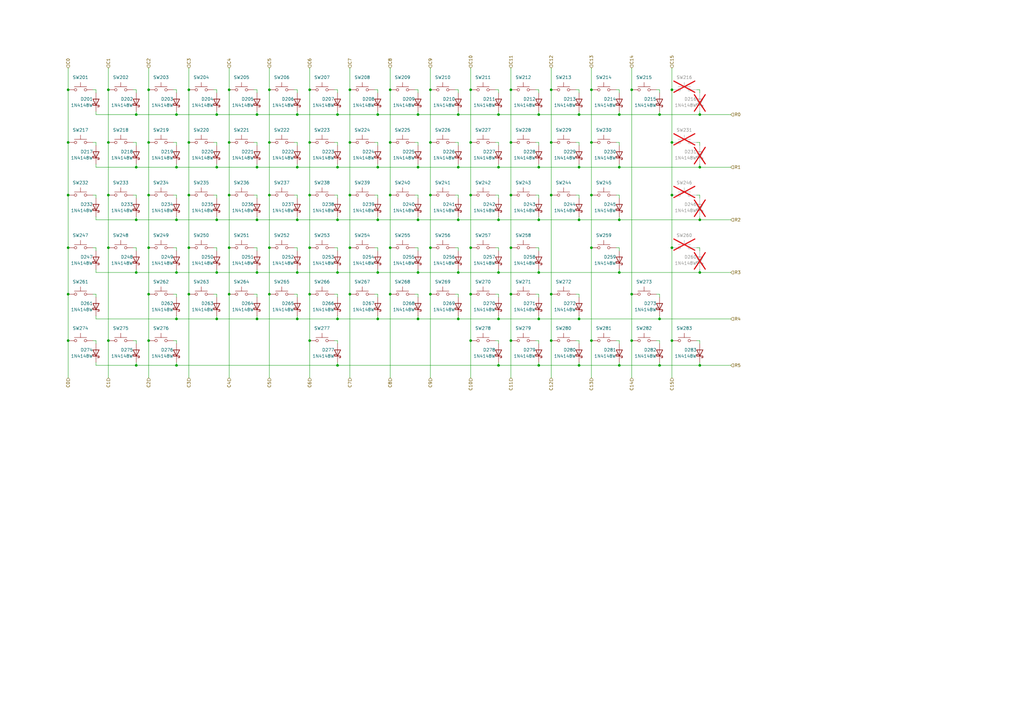
<source format=kicad_sch>
(kicad_sch (version 20231120) (generator "eeschema") (generator_version "8.0")
  (paper "A3")
  (title_block (title "SCKB-XIN") (date "2024-10-05") (rev "1") (company "Scott CJX"))
  (junction (at 60.96 101.6))
  (junction (at 72.39 90.17))
  (junction (at 254 46.99))
  (junction (at 110.49 120.65))
  (junction (at 77.47 101.6))
  (junction (at 160.02 120.65))
  (junction (at 220.98 149.86))
  (junction (at 154.94 90.17))
  (junction (at 110.49 58.42))
  (junction (at 171.45 111.76))
  (junction (at 55.88 90.17))
  (junction (at 204.47 111.76))
  (junction (at 287.02 111.76))
  (junction (at 242.57 36.83))
  (junction (at 259.08 120.65))
  (junction (at 160.02 80.01))
  (junction (at 88.9 130.81))
  (junction (at 242.57 139.7))
  (junction (at 121.92 68.58))
  (junction (at 44.45 36.83))
  (junction (at 160.02 36.83))
  (junction (at 93.98 36.83))
  (junction (at 254 90.17))
  (junction (at 60.96 80.01))
  (junction (at 270.51 130.81))
  (junction (at 154.94 68.58))
  (junction (at 60.96 58.42))
  (junction (at 242.57 101.6))
  (junction (at 105.41 68.58))
  (junction (at 93.98 120.65))
  (junction (at 27.94 36.83))
  (junction (at 204.47 90.17))
  (junction (at 105.41 90.17))
  (junction (at 138.43 149.86))
  (junction (at 204.47 68.58))
  (junction (at 254 111.76))
  (junction (at 72.39 68.58))
  (junction (at 127 120.65))
  (junction (at 275.59 101.6))
  (junction (at 105.41 130.81))
  (junction (at 60.96 36.83))
  (junction (at 193.04 36.83))
  (junction (at 77.47 36.83))
  (junction (at 193.04 139.7))
  (junction (at 121.92 130.81))
  (junction (at 160.02 58.42))
  (junction (at 154.94 111.76))
  (junction (at 138.43 111.76))
  (junction (at 88.9 111.76))
  (junction (at 93.98 58.42))
  (junction (at 226.06 36.83))
  (junction (at 138.43 68.58))
  (junction (at 143.51 80.01))
  (junction (at 171.45 130.81))
  (junction (at 193.04 58.42))
  (junction (at 88.9 68.58))
  (junction (at 127 58.42))
  (junction (at 209.55 139.7))
  (junction (at 237.49 68.58))
  (junction (at 193.04 101.6))
  (junction (at 176.53 80.01))
  (junction (at 275.59 80.01))
  (junction (at 143.51 58.42))
  (junction (at 254 149.86))
  (junction (at 287.02 46.99))
  (junction (at 226.06 120.65))
  (junction (at 88.9 46.99))
  (junction (at 287.02 149.86))
  (junction (at 220.98 90.17))
  (junction (at 270.51 149.86))
  (junction (at 138.43 130.81))
  (junction (at 110.49 80.01))
  (junction (at 237.49 90.17))
  (junction (at 209.55 36.83))
  (junction (at 254 68.58))
  (junction (at 72.39 111.76))
  (junction (at 154.94 46.99))
  (junction (at 187.96 46.99))
  (junction (at 209.55 80.01))
  (junction (at 226.06 80.01))
  (junction (at 209.55 101.6))
  (junction (at 44.45 101.6))
  (junction (at 226.06 139.7))
  (junction (at 55.88 68.58))
  (junction (at 237.49 130.81))
  (junction (at 176.53 58.42))
  (junction (at 143.51 36.83))
  (junction (at 171.45 68.58))
  (junction (at 121.92 90.17))
  (junction (at 110.49 101.6))
  (junction (at 193.04 120.65))
  (junction (at 204.47 46.99))
  (junction (at 193.04 80.01))
  (junction (at 27.94 120.65))
  (junction (at 55.88 149.86))
  (junction (at 220.98 46.99))
  (junction (at 93.98 80.01))
  (junction (at 55.88 111.76))
  (junction (at 287.02 90.17))
  (junction (at 127 139.7))
  (junction (at 88.9 90.17))
  (junction (at 110.49 36.83))
  (junction (at 72.39 46.99))
  (junction (at 55.88 46.99))
  (junction (at 204.47 130.81))
  (junction (at 209.55 58.42))
  (junction (at 187.96 68.58))
  (junction (at 171.45 46.99))
  (junction (at 77.47 120.65))
  (junction (at 138.43 90.17))
  (junction (at 259.08 139.7))
  (junction (at 220.98 68.58))
  (junction (at 105.41 111.76))
  (junction (at 187.96 130.81))
  (junction (at 242.57 80.01))
  (junction (at 143.51 120.65))
  (junction (at 121.92 111.76))
  (junction (at 187.96 90.17))
  (junction (at 77.47 80.01))
  (junction (at 93.98 101.6))
  (junction (at 143.51 101.6))
  (junction (at 287.02 68.58))
  (junction (at 72.39 130.81))
  (junction (at 127 101.6))
  (junction (at 44.45 58.42))
  (junction (at 237.49 149.86))
  (junction (at 242.57 58.42))
  (junction (at 176.53 120.65))
  (junction (at 259.08 36.83))
  (junction (at 127 36.83))
  (junction (at 27.94 101.6))
  (junction (at 187.96 111.76))
  (junction (at 275.59 58.42))
  (junction (at 220.98 130.81))
  (junction (at 77.47 58.42))
  (junction (at 27.94 80.01))
  (junction (at 176.53 101.6))
  (junction (at 105.41 46.99))
  (junction (at 72.39 149.86))
  (junction (at 209.55 120.65))
  (junction (at 270.51 46.99))
  (junction (at 160.02 101.6))
  (junction (at 220.98 111.76))
  (junction (at 138.43 46.99))
  (junction (at 27.94 139.7))
  (junction (at 60.96 139.7))
  (junction (at 171.45 90.17))
  (junction (at 60.96 120.65))
  (junction (at 275.59 36.83))
  (junction (at 44.45 139.7))
  (junction (at 127 80.01))
  (junction (at 121.92 46.99))
  (junction (at 176.53 36.83))
  (junction (at 204.47 149.86))
  (junction (at 154.94 130.81))
  (junction (at 27.94 58.42))
  (junction (at 237.49 46.99))
  (junction (at 44.45 80.01))
  (junction (at 226.06 58.42))
  (junction (at 275.59 139.7))
  (wire (pts (xy 193.04 120.65) (xy 193.04 139.7)))
  (wire (pts (xy 138.43 102.87) (xy 138.43 101.6)))
  (wire (pts (xy 259.08 36.83) (xy 259.08 120.65)))
  (wire (pts (xy 154.94 59.69) (xy 154.94 58.42)))
  (wire (pts (xy 77.47 58.42) (xy 77.47 80.01)))
  (wire (pts (xy 55.88 90.17) (xy 72.39 90.17)))
  (wire (pts (xy 220.98 46.99) (xy 237.49 46.99)))
  (wire (pts (xy 220.98 90.17) (xy 220.98 88.9)))
  (wire (pts (xy 187.96 121.92) (xy 187.96 120.65)))
  (wire (pts (xy 187.96 120.65) (xy 186.69 120.65)))
  (wire (pts (xy 171.45 120.65) (xy 170.18 120.65)))
  (wire (pts (xy 154.94 81.28) (xy 154.94 80.01)))
  (wire (pts (xy 77.47 36.83) (xy 77.47 58.42)))
  (wire (pts (xy 154.94 38.1) (xy 154.94 36.83)))
  (wire (pts (xy 39.37 139.7) (xy 38.1 139.7)))
  (wire (pts (xy 270.51 149.86) (xy 270.51 148.59)))
  (wire (pts (xy 105.41 121.92) (xy 105.41 120.65)))
  (wire (pts (xy 254 111.76) (xy 287.02 111.76)))
  (wire (pts (xy 121.92 111.76) (xy 138.43 111.76)))
  (wire (pts (xy 237.49 46.99) (xy 254 46.99)))
  (wire (pts (xy 154.94 130.81) (xy 154.94 129.54)))
  (wire (pts (xy 154.94 120.65) (xy 153.67 120.65)))
  (wire (pts (xy 39.37 102.87) (xy 39.37 101.6)))
  (wire (pts (xy 254 81.28) (xy 254 80.01)))
  (wire (pts (xy 193.04 139.7) (xy 193.04 154.94)))
  (wire (pts (xy 204.47 139.7) (xy 203.2 139.7)))
  (wire (pts (xy 72.39 121.92) (xy 72.39 120.65)))
  (wire (pts (xy 237.49 149.86) (xy 254 149.86)))
  (wire (pts (xy 275.59 36.83) (xy 275.59 58.42)))
  (wire (pts (xy 127 27.94) (xy 127 36.83)))
  (wire (pts (xy 55.88 68.58) (xy 72.39 68.58)))
  (wire (pts (xy 270.51 139.7) (xy 269.24 139.7)))
  (wire (pts (xy 204.47 130.81) (xy 220.98 130.81)))
  (wire (pts (xy 171.45 111.76) (xy 171.45 110.49)))
  (wire (pts (xy 220.98 130.81) (xy 220.98 129.54)))
  (wire (pts (xy 105.41 81.28) (xy 105.41 80.01)))
  (wire (pts (xy 88.9 130.81) (xy 88.9 129.54)))
  (wire (pts (xy 138.43 111.76) (xy 154.94 111.76)))
  (wire (pts (xy 55.88 101.6) (xy 54.61 101.6)))
  (wire (pts (xy 55.88 38.1) (xy 55.88 36.83)))
  (wire (pts (xy 105.41 59.69) (xy 105.41 58.42)))
  (wire (pts (xy 171.45 58.42) (xy 170.18 58.42)))
  (wire (pts (xy 204.47 80.01) (xy 203.2 80.01)))
  (wire (pts (xy 143.51 58.42) (xy 143.51 80.01)))
  (wire (pts (xy 287.02 139.7) (xy 285.75 139.7)))
  (wire (pts (xy 39.37 149.86) (xy 55.88 149.86)))
  (wire (pts (xy 105.41 102.87) (xy 105.41 101.6)))
  (wire (pts (xy 209.55 27.94) (xy 209.55 36.83)))
  (wire (pts (xy 187.96 46.99) (xy 204.47 46.99)))
  (wire (pts (xy 143.51 120.65) (xy 143.51 154.94)))
  (wire (pts (xy 171.45 80.01) (xy 170.18 80.01)))
  (wire (pts (xy 121.92 101.6) (xy 120.65 101.6)))
  (wire (pts (xy 154.94 46.99) (xy 171.45 46.99)))
  (wire (pts (xy 105.41 58.42) (xy 104.14 58.42)))
  (wire (pts (xy 138.43 46.99) (xy 154.94 46.99)))
  (wire (pts (xy 27.94 80.01) (xy 27.94 101.6)))
  (wire (pts (xy 204.47 102.87) (xy 204.47 101.6)))
  (wire (pts (xy 237.49 80.01) (xy 236.22 80.01)))
  (wire (pts (xy 39.37 130.81) (xy 72.39 130.81)))
  (wire (pts (xy 187.96 111.76) (xy 204.47 111.76)))
  (wire (pts (xy 39.37 149.86) (xy 39.37 148.59)))
  (wire (pts (xy 121.92 68.58) (xy 138.43 68.58)))
  (wire (pts (xy 44.45 36.83) (xy 44.45 58.42)))
  (wire (pts (xy 39.37 81.28) (xy 39.37 80.01)))
  (wire (pts (xy 121.92 121.92) (xy 121.92 120.65)))
  (wire (pts (xy 209.55 101.6) (xy 209.55 120.65)))
  (wire (pts (xy 121.92 90.17) (xy 138.43 90.17)))
  (wire (pts (xy 242.57 101.6) (xy 242.57 139.7)))
  (wire (pts (xy 55.88 149.86) (xy 72.39 149.86)))
  (wire (pts (xy 254 59.69) (xy 254 58.42)))
  (wire (pts (xy 55.88 80.01) (xy 54.61 80.01)))
  (wire (pts (xy 93.98 101.6) (xy 93.98 120.65)))
  (wire (pts (xy 176.53 36.83) (xy 176.53 58.42)))
  (wire (pts (xy 154.94 121.92) (xy 154.94 120.65)))
  (wire (pts (xy 88.9 102.87) (xy 88.9 101.6)))
  (wire (pts (xy 287.02 38.1) (xy 287.02 36.83)))
  (wire (pts (xy 138.43 130.81) (xy 138.43 129.54)))
  (wire (pts (xy 72.39 90.17) (xy 88.9 90.17)))
  (wire (pts (xy 187.96 90.17) (xy 187.96 88.9)))
  (wire (pts (xy 287.02 36.83) (xy 285.75 36.83)))
  (wire (pts (xy 55.88 46.99) (xy 72.39 46.99)))
  (wire (pts (xy 254 149.86) (xy 270.51 149.86)))
  (wire (pts (xy 220.98 59.69) (xy 220.98 58.42)))
  (wire (pts (xy 138.43 130.81) (xy 154.94 130.81)))
  (wire (pts (xy 138.43 81.28) (xy 138.43 80.01)))
  (wire (pts (xy 105.41 90.17) (xy 105.41 88.9)))
  (wire (pts (xy 72.39 111.76) (xy 88.9 111.76)))
  (wire (pts (xy 105.41 36.83) (xy 104.14 36.83)))
  (wire (pts (xy 121.92 58.42) (xy 120.65 58.42)))
  (wire (pts (xy 138.43 80.01) (xy 137.16 80.01)))
  (wire (pts (xy 154.94 68.58) (xy 154.94 67.31)))
  (wire (pts (xy 237.49 59.69) (xy 237.49 58.42)))
  (wire (pts (xy 55.88 68.58) (xy 55.88 67.31)))
  (wire (pts (xy 187.96 36.83) (xy 186.69 36.83)))
  (wire (pts (xy 204.47 101.6) (xy 203.2 101.6)))
  (wire (pts (xy 160.02 58.42) (xy 160.02 80.01)))
  (wire (pts (xy 287.02 149.86) (xy 299.72 149.86)))
  (wire (pts (xy 88.9 68.58) (xy 88.9 67.31)))
  (wire (pts (xy 204.47 81.28) (xy 204.47 80.01)))
  (wire (pts (xy 55.88 90.17) (xy 55.88 88.9)))
  (wire (pts (xy 220.98 121.92) (xy 220.98 120.65)))
  (wire (pts (xy 254 90.17) (xy 287.02 90.17)))
  (wire (pts (xy 204.47 58.42) (xy 203.2 58.42)))
  (wire (pts (xy 254 111.76) (xy 254 110.49)))
  (wire (pts (xy 254 90.17) (xy 254 88.9)))
  (wire (pts (xy 187.96 68.58) (xy 204.47 68.58)))
  (wire (pts (xy 39.37 36.83) (xy 38.1 36.83)))
  (wire (pts (xy 254 139.7) (xy 252.73 139.7)))
  (wire (pts (xy 154.94 90.17) (xy 171.45 90.17)))
  (wire (pts (xy 88.9 80.01) (xy 87.63 80.01)))
  (wire (pts (xy 60.96 80.01) (xy 60.96 101.6)))
  (wire (pts (xy 160.02 120.65) (xy 160.02 154.94)))
  (wire (pts (xy 220.98 111.76) (xy 254 111.76)))
  (wire (pts (xy 154.94 46.99) (xy 154.94 45.72)))
  (wire (pts (xy 193.04 101.6) (xy 193.04 120.65)))
  (wire (pts (xy 204.47 90.17) (xy 204.47 88.9)))
  (wire (pts (xy 187.96 58.42) (xy 186.69 58.42)))
  (wire (pts (xy 270.51 38.1) (xy 270.51 36.83)))
  (wire (pts (xy 220.98 130.81) (xy 237.49 130.81)))
  (wire (pts (xy 121.92 130.81) (xy 138.43 130.81)))
  (wire (pts (xy 39.37 111.76) (xy 55.88 111.76)))
  (wire (pts (xy 270.51 130.81) (xy 270.51 129.54)))
  (wire (pts (xy 44.45 101.6) (xy 44.45 139.7)))
  (wire (pts (xy 220.98 102.87) (xy 220.98 101.6)))
  (wire (pts (xy 270.51 121.92) (xy 270.51 120.65)))
  (wire (pts (xy 171.45 101.6) (xy 170.18 101.6)))
  (wire (pts (xy 27.94 27.94) (xy 27.94 36.83)))
  (wire (pts (xy 154.94 80.01) (xy 153.67 80.01)))
  (wire (pts (xy 237.49 121.92) (xy 237.49 120.65)))
  (wire (pts (xy 204.47 68.58) (xy 220.98 68.58)))
  (wire (pts (xy 187.96 101.6) (xy 186.69 101.6)))
  (wire (pts (xy 287.02 46.99) (xy 299.72 46.99)))
  (wire (pts (xy 287.02 101.6) (xy 285.75 101.6)))
  (wire (pts (xy 193.04 36.83) (xy 193.04 58.42)))
  (wire (pts (xy 254 80.01) (xy 252.73 80.01)))
  (wire (pts (xy 72.39 130.81) (xy 88.9 130.81)))
  (wire (pts (xy 187.96 81.28) (xy 187.96 80.01)))
  (wire (pts (xy 55.88 36.83) (xy 54.61 36.83)))
  (wire (pts (xy 270.51 46.99) (xy 287.02 46.99)))
  (wire (pts (xy 220.98 140.97) (xy 220.98 139.7)))
  (wire (pts (xy 39.37 130.81) (xy 39.37 129.54)))
  (wire (pts (xy 275.59 80.01) (xy 275.59 101.6)))
  (wire (pts (xy 110.49 120.65) (xy 110.49 154.94)))
  (wire (pts (xy 275.59 58.42) (xy 275.59 80.01)))
  (wire (pts (xy 287.02 68.58) (xy 299.72 68.58)))
  (wire (pts (xy 220.98 81.28) (xy 220.98 80.01)))
  (wire (pts (xy 55.88 102.87) (xy 55.88 101.6)))
  (wire (pts (xy 171.45 46.99) (xy 171.45 45.72)))
  (wire (pts (xy 93.98 80.01) (xy 93.98 101.6)))
  (wire (pts (xy 237.49 36.83) (xy 236.22 36.83)))
  (wire (pts (xy 138.43 90.17) (xy 138.43 88.9)))
  (wire (pts (xy 39.37 101.6) (xy 38.1 101.6)))
  (wire (pts (xy 72.39 130.81) (xy 72.39 129.54)))
  (wire (pts (xy 39.37 80.01) (xy 38.1 80.01)))
  (wire (pts (xy 39.37 68.58) (xy 39.37 67.31)))
  (wire (pts (xy 209.55 58.42) (xy 209.55 80.01)))
  (wire (pts (xy 242.57 80.01) (xy 242.57 101.6)))
  (wire (pts (xy 72.39 120.65) (xy 71.12 120.65)))
  (wire (pts (xy 220.98 68.58) (xy 220.98 67.31)))
  (wire (pts (xy 143.51 27.94) (xy 143.51 36.83)))
  (wire (pts (xy 176.53 101.6) (xy 176.53 120.65)))
  (wire (pts (xy 237.49 46.99) (xy 237.49 45.72)))
  (wire (pts (xy 121.92 90.17) (xy 121.92 88.9)))
  (wire (pts (xy 88.9 90.17) (xy 105.41 90.17)))
  (wire (pts (xy 204.47 38.1) (xy 204.47 36.83)))
  (wire (pts (xy 220.98 38.1) (xy 220.98 36.83)))
  (wire (pts (xy 138.43 90.17) (xy 154.94 90.17)))
  (wire (pts (xy 55.88 58.42) (xy 54.61 58.42)))
  (wire (pts (xy 55.88 140.97) (xy 55.88 139.7)))
  (wire (pts (xy 105.41 90.17) (xy 121.92 90.17)))
  (wire (pts (xy 237.49 140.97) (xy 237.49 139.7)))
  (wire (pts (xy 226.06 36.83) (xy 226.06 58.42)))
  (wire (pts (xy 187.96 38.1) (xy 187.96 36.83)))
  (wire (pts (xy 237.49 81.28) (xy 237.49 80.01)))
  (wire (pts (xy 88.9 81.28) (xy 88.9 80.01)))
  (wire (pts (xy 237.49 68.58) (xy 254 68.58)))
  (wire (pts (xy 72.39 68.58) (xy 72.39 67.31)))
  (wire (pts (xy 171.45 90.17) (xy 171.45 88.9)))
  (wire (pts (xy 121.92 111.76) (xy 121.92 110.49)))
  (wire (pts (xy 204.47 140.97) (xy 204.47 139.7)))
  (wire (pts (xy 187.96 111.76) (xy 187.96 110.49)))
  (wire (pts (xy 55.88 149.86) (xy 55.88 148.59)))
  (wire (pts (xy 171.45 46.99) (xy 187.96 46.99)))
  (wire (pts (xy 287.02 149.86) (xy 287.02 148.59)))
  (wire (pts (xy 105.41 120.65) (xy 104.14 120.65)))
  (wire (pts (xy 55.88 59.69) (xy 55.88 58.42)))
  (wire (pts (xy 121.92 46.99) (xy 138.43 46.99)))
  (wire (pts (xy 154.94 90.17) (xy 154.94 88.9)))
  (wire (pts (xy 209.55 139.7) (xy 209.55 154.94)))
  (wire (pts (xy 237.49 38.1) (xy 237.49 36.83)))
  (wire (pts (xy 259.08 27.94) (xy 259.08 36.83)))
  (wire (pts (xy 204.47 46.99) (xy 220.98 46.99)))
  (wire (pts (xy 171.45 81.28) (xy 171.45 80.01)))
  (wire (pts (xy 226.06 27.94) (xy 226.06 36.83)))
  (wire (pts (xy 27.94 101.6) (xy 27.94 120.65)))
  (wire (pts (xy 121.92 38.1) (xy 121.92 36.83)))
  (wire (pts (xy 287.02 46.99) (xy 287.02 45.72)))
  (wire (pts (xy 187.96 130.81) (xy 187.96 129.54)))
  (wire (pts (xy 27.94 139.7) (xy 27.94 154.94)))
  (wire (pts (xy 287.02 111.76) (xy 287.02 110.49)))
  (wire (pts (xy 237.49 68.58) (xy 237.49 67.31)))
  (wire (pts (xy 254 46.99) (xy 254 45.72)))
  (wire (pts (xy 39.37 38.1) (xy 39.37 36.83)))
  (wire (pts (xy 171.45 121.92) (xy 171.45 120.65)))
  (wire (pts (xy 77.47 101.6) (xy 77.47 120.65)))
  (wire (pts (xy 220.98 101.6) (xy 219.71 101.6)))
  (wire (pts (xy 138.43 58.42) (xy 137.16 58.42)))
  (wire (pts (xy 121.92 59.69) (xy 121.92 58.42)))
  (wire (pts (xy 270.51 120.65) (xy 269.24 120.65)))
  (wire (pts (xy 110.49 27.94) (xy 110.49 36.83)))
  (wire (pts (xy 254 149.86) (xy 254 148.59)))
  (wire (pts (xy 204.47 111.76) (xy 204.47 110.49)))
  (wire (pts (xy 60.96 27.94) (xy 60.96 36.83)))
  (wire (pts (xy 237.49 120.65) (xy 236.22 120.65)))
  (wire (pts (xy 39.37 58.42) (xy 38.1 58.42)))
  (wire (pts (xy 72.39 102.87) (xy 72.39 101.6)))
  (wire (pts (xy 105.41 46.99) (xy 121.92 46.99)))
  (wire (pts (xy 204.47 120.65) (xy 203.2 120.65)))
  (wire (pts (xy 226.06 58.42) (xy 226.06 80.01)))
  (wire (pts (xy 105.41 46.99) (xy 105.41 45.72)))
  (wire (pts (xy 105.41 68.58) (xy 121.92 68.58)))
  (wire (pts (xy 60.96 120.65) (xy 60.96 139.7)))
  (wire (pts (xy 39.37 120.65) (xy 38.1 120.65)))
  (wire (pts (xy 121.92 46.99) (xy 121.92 45.72)))
  (wire (pts (xy 171.45 130.81) (xy 187.96 130.81)))
  (wire (pts (xy 242.57 139.7) (xy 242.57 154.94)))
  (wire (pts (xy 176.53 120.65) (xy 176.53 154.94)))
  (wire (pts (xy 88.9 68.58) (xy 105.41 68.58)))
  (wire (pts (xy 105.41 38.1) (xy 105.41 36.83)))
  (wire (pts (xy 259.08 139.7) (xy 259.08 154.94)))
  (wire (pts (xy 88.9 111.76) (xy 105.41 111.76)))
  (wire (pts (xy 72.39 59.69) (xy 72.39 58.42)))
  (wire (pts (xy 105.41 80.01) (xy 104.14 80.01)))
  (wire (pts (xy 171.45 102.87) (xy 171.45 101.6)))
  (wire (pts (xy 72.39 58.42) (xy 71.12 58.42)))
  (wire (pts (xy 171.45 59.69) (xy 171.45 58.42)))
  (wire (pts (xy 154.94 36.83) (xy 153.67 36.83)))
  (wire (pts (xy 220.98 149.86) (xy 237.49 149.86)))
  (wire (pts (xy 138.43 111.76) (xy 138.43 110.49)))
  (wire (pts (xy 220.98 58.42) (xy 219.71 58.42)))
  (wire (pts (xy 138.43 101.6) (xy 137.16 101.6)))
  (wire (pts (xy 72.39 81.28) (xy 72.39 80.01)))
  (wire (pts (xy 39.37 90.17) (xy 55.88 90.17)))
  (wire (pts (xy 187.96 59.69) (xy 187.96 58.42)))
  (wire (pts (xy 254 36.83) (xy 252.73 36.83)))
  (wire (pts (xy 77.47 120.65) (xy 77.47 154.94)))
  (wire (pts (xy 270.51 149.86) (xy 287.02 149.86)))
  (wire (pts (xy 72.39 139.7) (xy 71.12 139.7)))
  (wire (pts (xy 127 36.83) (xy 127 58.42)))
  (wire (pts (xy 171.45 90.17) (xy 187.96 90.17)))
  (wire (pts (xy 287.02 68.58) (xy 287.02 67.31)))
  (wire (pts (xy 88.9 58.42) (xy 87.63 58.42)))
  (wire (pts (xy 220.98 90.17) (xy 237.49 90.17)))
  (wire (pts (xy 72.39 38.1) (xy 72.39 36.83)))
  (wire (pts (xy 204.47 46.99) (xy 204.47 45.72)))
  (wire (pts (xy 127 139.7) (xy 127 154.94)))
  (wire (pts (xy 138.43 68.58) (xy 154.94 68.58)))
  (wire (pts (xy 204.47 149.86) (xy 204.47 148.59)))
  (wire (pts (xy 27.94 58.42) (xy 27.94 80.01)))
  (wire (pts (xy 209.55 80.01) (xy 209.55 101.6)))
  (wire (pts (xy 176.53 27.94) (xy 176.53 36.83)))
  (wire (pts (xy 72.39 80.01) (xy 71.12 80.01)))
  (wire (pts (xy 187.96 80.01) (xy 186.69 80.01)))
  (wire (pts (xy 204.47 90.17) (xy 220.98 90.17)))
  (wire (pts (xy 237.49 90.17) (xy 254 90.17)))
  (wire (pts (xy 72.39 36.83) (xy 71.12 36.83)))
  (wire (pts (xy 121.92 102.87) (xy 121.92 101.6)))
  (wire (pts (xy 55.88 81.28) (xy 55.88 80.01)))
  (wire (pts (xy 121.92 120.65) (xy 120.65 120.65)))
  (wire (pts (xy 44.45 139.7) (xy 44.45 154.94)))
  (wire (pts (xy 121.92 68.58) (xy 121.92 67.31)))
  (wire (pts (xy 39.37 46.99) (xy 39.37 45.72)))
  (wire (pts (xy 88.9 38.1) (xy 88.9 36.83)))
  (wire (pts (xy 209.55 120.65) (xy 209.55 139.7)))
  (wire (pts (xy 187.96 90.17) (xy 204.47 90.17)))
  (wire (pts (xy 39.37 90.17) (xy 39.37 88.9)))
  (wire (pts (xy 72.39 46.99) (xy 72.39 45.72)))
  (wire (pts (xy 55.88 111.76) (xy 55.88 110.49)))
  (wire (pts (xy 154.94 130.81) (xy 171.45 130.81)))
  (wire (pts (xy 143.51 101.6) (xy 143.51 120.65)))
  (wire (pts (xy 254 46.99) (xy 270.51 46.99)))
  (wire (pts (xy 220.98 36.83) (xy 219.71 36.83)))
  (wire (pts (xy 171.45 36.83) (xy 170.18 36.83)))
  (wire (pts (xy 237.49 130.81) (xy 270.51 130.81)))
  (wire (pts (xy 105.41 101.6) (xy 104.14 101.6)))
  (wire (pts (xy 254 38.1) (xy 254 36.83)))
  (wire (pts (xy 204.47 36.83) (xy 203.2 36.83)))
  (wire (pts (xy 220.98 80.01) (xy 219.71 80.01)))
  (wire (pts (xy 220.98 68.58) (xy 237.49 68.58)))
  (wire (pts (xy 88.9 36.83) (xy 87.63 36.83)))
  (wire (pts (xy 60.96 36.83) (xy 60.96 58.42)))
  (wire (pts (xy 237.49 139.7) (xy 236.22 139.7)))
  (wire (pts (xy 55.88 111.76) (xy 72.39 111.76)))
  (wire (pts (xy 176.53 80.01) (xy 176.53 101.6)))
  (wire (pts (xy 93.98 120.65) (xy 93.98 154.94)))
  (wire (pts (xy 270.51 130.81) (xy 299.72 130.81)))
  (wire (pts (xy 204.47 68.58) (xy 204.47 67.31)))
  (wire (pts (xy 138.43 59.69) (xy 138.43 58.42)))
  (wire (pts (xy 39.37 140.97) (xy 39.37 139.7)))
  (wire (pts (xy 287.02 140.97) (xy 287.02 139.7)))
  (wire (pts (xy 254 68.58) (xy 287.02 68.58)))
  (wire (pts (xy 242.57 36.83) (xy 242.57 58.42)))
  (wire (pts (xy 143.51 80.01) (xy 143.51 101.6)))
  (wire (pts (xy 72.39 149.86) (xy 72.39 148.59)))
  (wire (pts (xy 287.02 58.42) (xy 285.75 58.42)))
  (wire (pts (xy 72.39 140.97) (xy 72.39 139.7)))
  (wire (pts (xy 127 120.65) (xy 127 139.7)))
  (wire (pts (xy 88.9 101.6) (xy 87.63 101.6)))
  (wire (pts (xy 237.49 90.17) (xy 237.49 88.9)))
  (wire (pts (xy 60.96 58.42) (xy 60.96 80.01)))
  (wire (pts (xy 88.9 90.17) (xy 88.9 88.9)))
  (wire (pts (xy 138.43 140.97) (xy 138.43 139.7)))
  (wire (pts (xy 193.04 27.94) (xy 193.04 36.83)))
  (wire (pts (xy 127 58.42) (xy 127 80.01)))
  (wire (pts (xy 121.92 36.83) (xy 120.65 36.83)))
  (wire (pts (xy 154.94 111.76) (xy 171.45 111.76)))
  (wire (pts (xy 154.94 58.42) (xy 153.67 58.42)))
  (wire (pts (xy 171.45 68.58) (xy 171.45 67.31)))
  (wire (pts (xy 154.94 111.76) (xy 154.94 110.49)))
  (wire (pts (xy 226.06 80.01) (xy 226.06 120.65)))
  (wire (pts (xy 204.47 149.86) (xy 220.98 149.86)))
  (wire (pts (xy 121.92 81.28) (xy 121.92 80.01)))
  (wire (pts (xy 127 80.01) (xy 127 101.6)))
  (wire (pts (xy 72.39 46.99) (xy 88.9 46.99)))
  (wire (pts (xy 171.45 130.81) (xy 171.45 129.54)))
  (wire (pts (xy 27.94 36.83) (xy 27.94 58.42)))
  (wire (pts (xy 138.43 149.86) (xy 138.43 148.59)))
  (wire (pts (xy 72.39 149.86) (xy 138.43 149.86)))
  (wire (pts (xy 88.9 111.76) (xy 88.9 110.49)))
  (wire (pts (xy 275.59 139.7) (xy 275.59 154.94)))
  (wire (pts (xy 287.02 81.28) (xy 287.02 80.01)))
  (wire (pts (xy 138.43 139.7) (xy 137.16 139.7)))
  (wire (pts (xy 254 102.87) (xy 254 101.6)))
  (wire (pts (xy 72.39 111.76) (xy 72.39 110.49)))
  (wire (pts (xy 154.94 68.58) (xy 171.45 68.58)))
  (wire (pts (xy 287.02 59.69) (xy 287.02 58.42)))
  (wire (pts (xy 77.47 80.01) (xy 77.47 101.6)))
  (wire (pts (xy 72.39 90.17) (xy 72.39 88.9)))
  (wire (pts (xy 160.02 36.83) (xy 160.02 58.42)))
  (wire (pts (xy 226.06 120.65) (xy 226.06 139.7)))
  (wire (pts (xy 44.45 80.01) (xy 44.45 101.6)))
  (wire (pts (xy 60.96 101.6) (xy 60.96 120.65)))
  (wire (pts (xy 105.41 111.76) (xy 121.92 111.76)))
  (wire (pts (xy 60.96 139.7) (xy 60.96 154.94)))
  (wire (pts (xy 204.47 59.69) (xy 204.47 58.42)))
  (wire (pts (xy 88.9 121.92) (xy 88.9 120.65)))
  (wire (pts (xy 176.53 58.42) (xy 176.53 80.01)))
  (wire (pts (xy 88.9 46.99) (xy 88.9 45.72)))
  (wire (pts (xy 72.39 101.6) (xy 71.12 101.6)))
  (wire (pts (xy 160.02 80.01) (xy 160.02 101.6)))
  (wire (pts (xy 193.04 58.42) (xy 193.04 80.01)))
  (wire (pts (xy 138.43 46.99) (xy 138.43 45.72)))
  (wire (pts (xy 204.47 111.76) (xy 220.98 111.76)))
  (wire (pts (xy 270.51 46.99) (xy 270.51 45.72)))
  (wire (pts (xy 39.37 59.69) (xy 39.37 58.42)))
  (wire (pts (xy 110.49 101.6) (xy 110.49 120.65)))
  (wire (pts (xy 160.02 101.6) (xy 160.02 120.65)))
  (wire (pts (xy 242.57 27.94) (xy 242.57 36.83)))
  (wire (pts (xy 105.41 68.58) (xy 105.41 67.31)))
  (wire (pts (xy 287.02 80.01) (xy 285.75 80.01)))
  (wire (pts (xy 44.45 58.42) (xy 44.45 80.01)))
  (wire (pts (xy 270.51 140.97) (xy 270.51 139.7)))
  (wire (pts (xy 254 101.6) (xy 252.73 101.6)))
  (wire (pts (xy 275.59 27.94) (xy 275.59 36.83)))
  (wire (pts (xy 187.96 46.99) (xy 187.96 45.72)))
  (wire (pts (xy 154.94 102.87) (xy 154.94 101.6)))
  (wire (pts (xy 220.98 46.99) (xy 220.98 45.72)))
  (wire (pts (xy 254 140.97) (xy 254 139.7)))
  (wire (pts (xy 275.59 101.6) (xy 275.59 139.7)))
  (wire (pts (xy 171.45 38.1) (xy 171.45 36.83)))
  (wire (pts (xy 127 101.6) (xy 127 120.65)))
  (wire (pts (xy 77.47 27.94) (xy 77.47 36.83)))
  (wire (pts (xy 88.9 46.99) (xy 105.41 46.99)))
  (wire (pts (xy 187.96 102.87) (xy 187.96 101.6)))
  (wire (pts (xy 39.37 68.58) (xy 55.88 68.58)))
  (wire (pts (xy 88.9 130.81) (xy 105.41 130.81)))
  (wire (pts (xy 72.39 68.58) (xy 88.9 68.58)))
  (wire (pts (xy 220.98 120.65) (xy 219.71 120.65)))
  (wire (pts (xy 105.41 111.76) (xy 105.41 110.49)))
  (wire (pts (xy 187.96 130.81) (xy 204.47 130.81)))
  (wire (pts (xy 39.37 46.99) (xy 55.88 46.99)))
  (wire (pts (xy 55.88 46.99) (xy 55.88 45.72)))
  (wire (pts (xy 110.49 58.42) (xy 110.49 80.01)))
  (wire (pts (xy 171.45 68.58) (xy 187.96 68.58)))
  (wire (pts (xy 171.45 111.76) (xy 187.96 111.76)))
  (wire (pts (xy 220.98 111.76) (xy 220.98 110.49)))
  (wire (pts (xy 237.49 130.81) (xy 237.49 129.54)))
  (wire (pts (xy 88.9 59.69) (xy 88.9 58.42)))
  (wire (pts (xy 187.96 68.58) (xy 187.96 67.31)))
  (wire (pts (xy 27.94 120.65) (xy 27.94 139.7)))
  (wire (pts (xy 209.55 36.83) (xy 209.55 58.42)))
  (wire (pts (xy 138.43 38.1) (xy 138.43 36.83)))
  (wire (pts (xy 93.98 27.94) (xy 93.98 36.83)))
  (wire (pts (xy 270.51 36.83) (xy 269.24 36.83)))
  (wire (pts (xy 110.49 36.83) (xy 110.49 58.42)))
  (wire (pts (xy 237.49 58.42) (xy 236.22 58.42)))
  (wire (pts (xy 93.98 36.83) (xy 93.98 58.42)))
  (wire (pts (xy 193.04 80.01) (xy 193.04 101.6)))
  (wire (pts (xy 93.98 58.42) (xy 93.98 80.01)))
  (wire (pts (xy 121.92 80.01) (xy 120.65 80.01)))
  (wire (pts (xy 287.02 111.76) (xy 299.72 111.76)))
  (wire (pts (xy 204.47 130.81) (xy 204.47 129.54)))
  (wire (pts (xy 88.9 120.65) (xy 87.63 120.65)))
  (wire (pts (xy 121.92 130.81) (xy 121.92 129.54)))
  (wire (pts (xy 220.98 139.7) (xy 219.71 139.7)))
  (wire (pts (xy 259.08 120.65) (xy 259.08 139.7)))
  (wire (pts (xy 220.98 149.86) (xy 220.98 148.59)))
  (wire (pts (xy 138.43 68.58) (xy 138.43 67.31)))
  (wire (pts (xy 138.43 120.65) (xy 137.16 120.65)))
  (wire (pts (xy 287.02 90.17) (xy 287.02 88.9)))
  (wire (pts (xy 138.43 149.86) (xy 204.47 149.86)))
  (wire (pts (xy 204.47 121.92) (xy 204.47 120.65)))
  (wire (pts (xy 39.37 121.92) (xy 39.37 120.65)))
  (wire (pts (xy 55.88 139.7) (xy 54.61 139.7)))
  (wire (pts (xy 254 68.58) (xy 254 67.31)))
  (wire (pts (xy 160.02 27.94) (xy 160.02 36.83)))
  (wire (pts (xy 154.94 101.6) (xy 153.67 101.6)))
  (wire (pts (xy 138.43 36.83) (xy 137.16 36.83)))
  (wire (pts (xy 143.51 36.83) (xy 143.51 58.42)))
  (wire (pts (xy 254 58.42) (xy 252.73 58.42)))
  (wire (pts (xy 242.57 58.42) (xy 242.57 80.01)))
  (wire (pts (xy 39.37 111.76) (xy 39.37 110.49)))
  (wire (pts (xy 237.49 149.86) (xy 237.49 148.59)))
  (wire (pts (xy 44.45 27.94) (xy 44.45 36.83)))
  (wire (pts (xy 287.02 102.87) (xy 287.02 101.6)))
  (wire (pts (xy 138.43 121.92) (xy 138.43 120.65)))
  (wire (pts (xy 110.49 80.01) (xy 110.49 101.6)))
  (wire (pts (xy 287.02 90.17) (xy 299.72 90.17)))
  (wire (pts (xy 226.06 139.7) (xy 226.06 154.94)))
  (wire (pts (xy 105.41 130.81) (xy 105.41 129.54)))
  (wire (pts (xy 105.41 130.81) (xy 121.92 130.81)))
  (hierarchical_label "C11" (shape input) (at 209.55 154.94 270))
  (hierarchical_label "R4" (shape input) (at 299.72 130.81 0))
  (hierarchical_label "R1" (shape input) (at 299.72 68.58 0))
  (hierarchical_label "R5" (shape input) (at 299.72 149.86 0))
  (hierarchical_label "C14" (shape input) (at 259.08 27.94 90))
  (hierarchical_label "C3" (shape input) (at 77.47 154.94 270))
  (hierarchical_label "C14" (shape input) (at 259.08 154.94 270))
  (hierarchical_label "C8" (shape input) (at 160.02 27.94 90))
  (hierarchical_label "C5" (shape input) (at 110.49 27.94 90))
  (hierarchical_label "C6" (shape input) (at 127 154.94 270))
  (hierarchical_label "C15" (shape input) (at 275.59 27.94 90))
  (hierarchical_label "C1" (shape input) (at 44.45 154.94 270))
  (hierarchical_label "C10" (shape input) (at 193.04 27.94 90))
  (hierarchical_label "C10" (shape input) (at 193.04 154.94 270))
  (hierarchical_label "C3" (shape input) (at 77.47 27.94 90))
  (hierarchical_label "C9" (shape input) (at 176.53 27.94 90))
  (hierarchical_label "C0" (shape input) (at 27.94 27.94 90))
  (hierarchical_label "C4" (shape input) (at 93.98 27.94 90))
  (hierarchical_label "C12" (shape input) (at 226.06 154.94 270))
  (hierarchical_label "C9" (shape input) (at 176.53 154.94 270))
  (hierarchical_label "R0" (shape input) (at 299.72 46.99 0))
  (hierarchical_label "C2" (shape input) (at 60.96 27.94 90))
  (hierarchical_label "C1" (shape input) (at 44.45 27.94 90))
  (hierarchical_label "C6" (shape input) (at 127 27.94 90))
  (hierarchical_label "C7" (shape input) (at 143.51 27.94 90))
  (hierarchical_label "C13" (shape input) (at 242.57 27.94 90))
  (hierarchical_label "C5" (shape input) (at 110.49 154.94 270))
  (hierarchical_label "C8" (shape input) (at 160.02 154.94 270))
  (hierarchical_label "R2" (shape input) (at 299.72 90.17 0))
  (hierarchical_label "C4" (shape input) (at 93.98 154.94 270))
  (hierarchical_label "C15" (shape input) (at 275.59 154.94 270))
  (hierarchical_label "C7" (shape input) (at 143.51 154.94 270))
  (hierarchical_label "R3" (shape input) (at 299.72 111.76 0))
  (hierarchical_label "C12" (shape input) (at 226.06 27.94 90))
  (hierarchical_label "C11" (shape input) (at 209.55 27.94 90))
  (hierarchical_label "C0" (shape input) (at 27.94 154.94 270))
  (hierarchical_label "C2" (shape input) (at 60.96 154.94 270))
  (hierarchical_label "C13" (shape input) (at 242.57 154.94 270))
  (symbol (lib_id "Switch:SW_Push") (at 165.1 58.42 0) (unit 1)
    (property "Reference" "SW225" (at 165.1 53.34 0))
    (property "Value" "SW_Push" (effects (hide yes)))
    (property "Footprint" "lib:0_SW_MX_PCB_1.00u" (effects (hide yes)))
    (property "SW_COL" "C8" (effects (hide yes)))
    (property "SW_ROW" "R1" (effects (hide yes)))
  )
  (symbol (lib_id "Device:D_Schottky") (at 204.47 125.73 270) (mirror x) (unit 1)
    (property "Reference" "D270" (at 203.2 124.46 90) (effects (justify right)))
    (property "Value" "1N4148W" (at 203.2 127 90) (effects (justify right)))
    (property "Footprint" "lib:D_SOD-323_HandSoldering" (effects (hide yes)))
    (property "Description" "Schottky diode" (effects (hide yes)))
  )
  (symbol (lib_id "Switch:SW_Push") (at 33.02 120.65 0) (unit 1)
    (property "Reference" "SW261" (at 33.02 115.57 0))
    (property "Value" "SW_Push" (effects (hide yes)))
    (property "Footprint" "lib:0_SW_MX_PCB_2.25u-Stab2" (effects (hide yes)))
    (property "SW_COL" "C0" (effects (hide yes)))
    (property "SW_ROW" "R4" (effects (hide yes)))
  )
  (symbol (lib_id "Switch:SW_Push") (at 82.55 36.83 0) (unit 1)
    (property "Reference" "SW204" (at 82.55 31.75 0))
    (property "Value" "SW_Push" (effects (hide yes)))
    (property "Footprint" "lib:0_SW_MX_PCB_1.00u" (effects (hide yes)))
    (property "SW_COL" "C3" (effects (hide yes)))
    (property "SW_ROW" "R0" (effects (hide yes)))
  )
  (symbol (lib_id "Switch:SW_Push") (at 214.63 101.6 0) (unit 1)
    (property "Reference" "SW258" (at 214.63 96.52 0))
    (property "Value" "SW_Push" (effects (hide yes)))
    (property "Footprint" "lib:0_SW_MX_PCB_1.00u" (effects (hide yes)))
    (property "SW_COL" "C11" (effects (hide yes)))
    (property "SW_ROW" "R3" (effects (hide yes)))
  )
  (symbol (lib_id "Switch:SW_Push") (at 82.55 101.6 0) (unit 1)
    (property "Reference" "SW250" (at 82.55 96.52 0))
    (property "Value" "SW_Push" (effects (hide yes)))
    (property "Footprint" "lib:0_SW_MX_PCB_1.00u" (effects (hide yes)))
    (property "SW_COL" "C3" (effects (hide yes)))
    (property "SW_ROW" "R3" (effects (hide yes)))
  )
  (symbol (lib_id "Device:D_Schottky") (at 39.37 41.91 270) (mirror x) (unit 1)
    (property "Reference" "D201" (at 38.1 40.64 90) (effects (justify right)))
    (property "Value" "1N4148W" (at 38.1 43.18 90) (effects (justify right)))
    (property "Footprint" "lib:D_SOD-323_HandSoldering" (effects (hide yes)))
    (property "Description" "Schottky diode" (effects (hide yes)))
  )
  (symbol (lib_id "Device:D_Schottky") (at 171.45 41.91 270) (mirror x) (unit 1)
    (property "Reference" "D209" (at 170.18 40.64 90) (effects (justify right)))
    (property "Value" "1N4148W" (at 170.18 43.18 90) (effects (justify right)))
    (property "Footprint" "lib:D_SOD-323_HandSoldering" (effects (hide yes)))
    (property "Description" "Schottky diode" (effects (hide yes)))
  )
  (symbol (lib_id "Device:D_Schottky") (at 204.47 106.68 270) (mirror x) (unit 1)
    (property "Reference" "D257" (at 203.2 105.41 90) (effects (justify right)))
    (property "Value" "1N4148W" (at 203.2 107.95 90) (effects (justify right)))
    (property "Footprint" "lib:D_SOD-323_HandSoldering" (effects (hide yes)))
    (property "Description" "Schottky diode" (effects (hide yes)))
  )
  (symbol (lib_id "Switch:SW_Push") (at 33.02 139.7 0) (unit 1)
    (property "Reference" "SW274" (at 33.02 134.62 0))
    (property "Value" "SW_Push" (effects (hide yes)))
    (property "Footprint" "lib:0_SW_MX_PCB_1.25u" (effects (hide yes)))
    (property "SW_COL" "C0" (effects (hide yes)))
    (property "SW_ROW" "R5" (effects (hide yes)))
  )
  (symbol (lib_id "Switch:SW_Push") (at 214.63 36.83 0) (unit 1)
    (property "Reference" "SW212" (at 214.63 31.75 0))
    (property "Value" "SW_Push" (effects (hide yes)))
    (property "Footprint" "lib:0_SW_MX_PCB_1.00u" (effects (hide yes)))
    (property "SW_COL" "C11" (effects (hide yes)))
    (property "SW_ROW" "R0" (effects (hide yes)))
  )
  (symbol (lib_id "Switch:SW_Push") (at 214.63 58.42 0) (unit 1)
    (property "Reference" "SW228" (at 214.63 53.34 0))
    (property "Value" "SW_Push" (effects (hide yes)))
    (property "Footprint" "lib:0_SW_MX_PCB_1.00u" (effects (hide yes)))
    (property "SW_COL" "C11" (effects (hide yes)))
    (property "SW_ROW" "R1" (effects (hide yes)))
  )
  (symbol (lib_id "Device:D_Schottky") (at 254 85.09 270) (mirror x) (unit 1)
    (property "Reference" "D245" (at 252.73 83.82 90) (effects (justify right)))
    (property "Value" "1N4148W" (at 252.73 86.36 90) (effects (justify right)))
    (property "Footprint" "lib:D_SOD-323_HandSoldering" (effects (hide yes)))
    (property "Description" "Schottky diode" (effects (hide yes)))
  )
  (symbol (lib_id "Switch:SW_Push") (at 264.16 120.65 0) (unit 1)
    (property "Reference" "SW273" (at 264.16 115.57 0))
    (property "Value" "SW_Push" (effects (hide yes)))
    (property "Footprint" "lib:0_SW_MX_PCB_1.00u" (effects (hide yes)))
    (property "SW_COL" "C14" (effects (hide yes)))
    (property "SW_ROW" "R4" (effects (hide yes)))
  )
  (symbol (lib_id "Switch:SW_Push") (at 165.1 36.83 0) (unit 1)
    (property "Reference" "SW209" (at 165.1 31.75 0))
    (property "Value" "SW_Push" (effects (hide yes)))
    (property "Footprint" "lib:0_SW_MX_PCB_1.00u" (effects (hide yes)))
    (property "SW_COL" "C8" (effects (hide yes)))
    (property "SW_ROW" "R0" (effects (hide yes)))
  )
  (symbol (lib_id "Device:D_Schottky") (at 121.92 106.68 270) (mirror x) (unit 1)
    (property "Reference" "D252" (at 120.65 105.41 90) (effects (justify right)))
    (property "Value" "1N4148W" (at 120.65 107.95 90) (effects (justify right)))
    (property "Footprint" "lib:D_SOD-323_HandSoldering" (effects (hide yes)))
    (property "Description" "Schottky diode" (effects (hide yes)))
  )
  (symbol (lib_id "Switch:SW_Push") (at 82.55 80.01 0) (unit 1)
    (property "Reference" "SW235" (at 82.55 74.93 0))
    (property "Value" "SW_Push" (effects (hide yes)))
    (property "Footprint" "lib:0_SW_MX_PCB_1.00u" (effects (hide yes)))
    (property "SW_COL" "C3" (effects (hide yes)))
    (property "SW_ROW" "R2" (effects (hide yes)))
  )
  (symbol (lib_id "Switch:SW_Push") (at 247.65 80.01 0) (unit 1)
    (property "Reference" "SW245" (at 247.65 74.93 0))
    (property "Value" "SW_Push" (effects (hide yes)))
    (property "Footprint" "lib:0_SW_MX_PCB_1.50u" (effects (hide yes)))
    (property "SW_COL" "C13" (effects (hide yes)))
    (property "SW_ROW" "R2" (effects (hide yes)))
  )
  (symbol (lib_id "Switch:SW_Push") (at 198.12 101.6 0) (unit 1)
    (property "Reference" "SW257" (at 198.12 96.52 0))
    (property "Value" "SW_Push" (effects (hide yes)))
    (property "Footprint" "lib:0_SW_MX_PCB_1.00u" (effects (hide yes)))
    (property "SW_COL" "C10" (effects (hide yes)))
    (property "SW_ROW" "R3" (effects (hide yes)))
  )
  (symbol (lib_id "Device:D_Schottky") (at 270.51 125.73 270) (mirror x) (unit 1)
    (property "Reference" "D273" (at 269.24 124.46 90) (effects (justify right)))
    (property "Value" "1N4148W" (at 269.24 127 90) (effects (justify right)))
    (property "Footprint" "lib:D_SOD-323_HandSoldering" (effects (hide yes)))
    (property "Description" "Schottky diode" (effects (hide yes)))
  )
  (symbol (lib_id "Device:D_Schottky") (at 287.02 85.09 270) (mirror x) (unit 1) (on_board no) (dnp yes)
    (property "Reference" "D246" (at 285.75 83.82 90) (effects (justify right)))
    (property "Value" "1N4148W" (at 285.75 86.36 90) (effects (justify right)))
    (property "Footprint" "Diode_SMD:D_SOD-323_HandSoldering" (effects (hide yes)))
    (property "Description" "Schottky diode" (effects (hide yes)))
  )
  (symbol (lib_id "Device:D_Schottky") (at 138.43 125.73 270) (mirror x) (unit 1)
    (property "Reference" "D266" (at 137.16 124.46 90) (effects (justify right)))
    (property "Value" "1N4148W" (at 137.16 127 90) (effects (justify right)))
    (property "Footprint" "lib:D_SOD-323_HandSoldering" (effects (hide yes)))
    (property "Description" "Schottky diode" (effects (hide yes)))
  )
  (symbol (lib_id "Switch:SW_Push") (at 99.06 80.01 0) (unit 1)
    (property "Reference" "SW236" (at 99.06 74.93 0))
    (property "Value" "SW_Push" (effects (hide yes)))
    (property "Footprint" "lib:0_SW_MX_PCB_1.00u" (effects (hide yes)))
    (property "SW_COL" "C4" (effects (hide yes)))
    (property "SW_ROW" "R2" (effects (hide yes)))
  )
  (symbol (lib_id "Switch:SW_Push") (at 49.53 58.42 0) (unit 1)
    (property "Reference" "SW218" (at 49.53 53.34 0))
    (property "Value" "SW_Push" (effects (hide yes)))
    (property "Footprint" "lib:0_SW_MX_PCB_1.00u" (effects (hide yes)))
    (property "SW_COL" "C1" (effects (hide yes)))
    (property "SW_ROW" "R1" (effects (hide yes)))
  )
  (symbol (lib_id "Device:D_Schottky") (at 138.43 106.68 270) (mirror x) (unit 1)
    (property "Reference" "D253" (at 137.16 105.41 90) (effects (justify right)))
    (property "Value" "1N4148W" (at 137.16 107.95 90) (effects (justify right)))
    (property "Footprint" "lib:D_SOD-323_HandSoldering" (effects (hide yes)))
    (property "Description" "Schottky diode" (effects (hide yes)))
  )
  (symbol (lib_id "Switch:SW_Push") (at 148.59 58.42 0) (unit 1)
    (property "Reference" "SW224" (at 148.59 53.34 0))
    (property "Value" "SW_Push" (effects (hide yes)))
    (property "Footprint" "lib:0_SW_MX_PCB_1.00u" (effects (hide yes)))
    (property "SW_COL" "C7" (effects (hide yes)))
    (property "SW_ROW" "R1" (effects (hide yes)))
  )
  (symbol (lib_id "Device:D_Schottky") (at 204.47 41.91 270) (mirror x) (unit 1)
    (property "Reference" "D211" (at 203.2 40.64 90) (effects (justify right)))
    (property "Value" "1N4148W" (at 203.2 43.18 90) (effects (justify right)))
    (property "Footprint" "lib:D_SOD-323_HandSoldering" (effects (hide yes)))
    (property "Description" "Schottky diode" (effects (hide yes)))
  )
  (symbol (lib_id "Switch:SW_Push") (at 214.63 120.65 0) (unit 1)
    (property "Reference" "SW271" (at 214.63 115.57 0))
    (property "Value" "SW_Push" (effects (hide yes)))
    (property "Footprint" "lib:0_SW_MX_PCB_1.00u" (effects (hide yes)))
    (property "SW_COL" "C11" (effects (hide yes)))
    (property "SW_ROW" "R4" (effects (hide yes)))
  )
  (symbol (lib_id "Switch:SW_Push") (at 132.08 80.01 0) (unit 1)
    (property "Reference" "SW238" (at 132.08 74.93 0))
    (property "Value" "SW_Push" (effects (hide yes)))
    (property "Footprint" "lib:0_SW_MX_PCB_1.00u" (effects (hide yes)))
    (property "SW_COL" "C6" (effects (hide yes)))
    (property "SW_ROW" "R2" (effects (hide yes)))
  )
  (symbol (lib_id "Switch:SW_Push") (at 115.57 58.42 0) (unit 1)
    (property "Reference" "SW222" (at 115.57 53.34 0))
    (property "Value" "SW_Push" (effects (hide yes)))
    (property "Footprint" "lib:0_SW_MX_PCB_1.00u" (effects (hide yes)))
    (property "SW_COL" "C5" (effects (hide yes)))
    (property "SW_ROW" "R1" (effects (hide yes)))
  )
  (symbol (lib_id "Device:D_Schottky") (at 204.47 144.78 270) (mirror x) (unit 1)
    (property "Reference" "D278" (at 203.2 143.51 90) (effects (justify right)))
    (property "Value" "1N4148W" (at 203.2 146.05 90) (effects (justify right)))
    (property "Footprint" "lib:D_SOD-323_HandSoldering" (effects (hide yes)))
    (property "Description" "Schottky diode" (effects (hide yes)))
  )
  (symbol (lib_id "Switch:SW_Push") (at 33.02 36.83 0) (unit 1)
    (property "Reference" "SW201" (at 33.02 31.75 0))
    (property "Value" "SW_Push" (effects (hide yes)))
    (property "Footprint" "lib:0_SW_MX_PCB_1.00u" (effects (hide yes)))
    (property "SW_COL" "C0" (effects (hide yes)))
    (property "SW_ROW" "R0" (effects (hide yes)))
  )
  (symbol (lib_id "Switch:SW_Push") (at 264.16 139.7 0) (unit 1)
    (property "Reference" "SW282" (at 264.16 134.62 0))
    (property "Value" "SW_Push" (effects (hide yes)))
    (property "Footprint" "lib:0_SW_MX_PCB_1.00u" (effects (hide yes)))
    (property "SW_COL" "C14" (effects (hide yes)))
    (property "SW_ROW" "R5" (effects (hide yes)))
  )
  (symbol (lib_id "Switch:SW_Push") (at 99.06 120.65 0) (unit 1)
    (property "Reference" "SW264" (at 99.06 115.57 0))
    (property "Value" "SW_Push" (effects (hide yes)))
    (property "Footprint" "lib:0_SW_MX_PCB_1.00u" (effects (hide yes)))
    (property "SW_COL" "C4" (effects (hide yes)))
    (property "SW_ROW" "R4" (effects (hide yes)))
  )
  (symbol (lib_id "Device:D_Schottky") (at 237.49 125.73 270) (mirror x) (unit 1)
    (property "Reference" "D272" (at 236.22 124.46 90) (effects (justify right)))
    (property "Value" "1N4148W" (at 236.22 127 90) (effects (justify right)))
    (property "Footprint" "lib:D_SOD-323_HandSoldering" (effects (hide yes)))
    (property "Description" "Schottky diode" (effects (hide yes)))
  )
  (symbol (lib_id "Device:D_Schottky") (at 204.47 85.09 270) (mirror x) (unit 1)
    (property "Reference" "D242" (at 203.2 83.82 90) (effects (justify right)))
    (property "Value" "1N4148W" (at 203.2 86.36 90) (effects (justify right)))
    (property "Footprint" "lib:D_SOD-323_HandSoldering" (effects (hide yes)))
    (property "Description" "Schottky diode" (effects (hide yes)))
  )
  (symbol (lib_id "Device:D_Schottky") (at 105.41 85.09 270) (mirror x) (unit 1)
    (property "Reference" "D236" (at 104.14 83.82 90) (effects (justify right)))
    (property "Value" "1N4148W" (at 104.14 86.36 90) (effects (justify right)))
    (property "Footprint" "lib:D_SOD-323_HandSoldering" (effects (hide yes)))
    (property "Description" "Schottky diode" (effects (hide yes)))
  )
  (symbol (lib_id "Switch:SW_Push") (at 181.61 58.42 0) (unit 1)
    (property "Reference" "SW226" (at 181.61 53.34 0))
    (property "Value" "SW_Push" (effects (hide yes)))
    (property "Footprint" "lib:0_SW_MX_PCB_1.00u" (effects (hide yes)))
    (property "SW_COL" "C9" (effects (hide yes)))
    (property "SW_ROW" "R1" (effects (hide yes)))
  )
  (symbol (lib_id "Switch:SW_Push") (at 132.08 101.6 0) (unit 1)
    (property "Reference" "SW253" (at 132.08 96.52 0))
    (property "Value" "SW_Push" (effects (hide yes)))
    (property "Footprint" "lib:0_SW_MX_PCB_1.00u" (effects (hide yes)))
    (property "SW_COL" "C6" (effects (hide yes)))
    (property "SW_ROW" "R3" (effects (hide yes)))
  )
  (symbol (lib_id "Device:D_Schottky") (at 154.94 63.5 270) (mirror x) (unit 1)
    (property "Reference" "D224" (at 153.67 62.23 90) (effects (justify right)))
    (property "Value" "1N4148W" (at 153.67 64.77 90) (effects (justify right)))
    (property "Footprint" "lib:D_SOD-323_HandSoldering" (effects (hide yes)))
    (property "Description" "Schottky diode" (effects (hide yes)))
  )
  (symbol (lib_id "Switch:SW_Push") (at 231.14 58.42 0) (unit 1)
    (property "Reference" "SW229" (at 231.14 53.34 0))
    (property "Value" "SW_Push" (effects (hide yes)))
    (property "Footprint" "lib:0_SW_MX_PCB_1.00u" (effects (hide yes)))
    (property "SW_COL" "C12" (effects (hide yes)))
    (property "SW_ROW" "R1" (effects (hide yes)))
  )
  (symbol (lib_id "Device:D_Schottky") (at 55.88 144.78 270) (mirror x) (unit 1)
    (property "Reference" "D275" (at 54.61 143.51 90) (effects (justify right)))
    (property "Value" "1N4148W" (at 54.61 146.05 90) (effects (justify right)))
    (property "Footprint" "lib:D_SOD-323_HandSoldering" (effects (hide yes)))
    (property "Description" "Schottky diode" (effects (hide yes)))
  )
  (symbol (lib_id "Switch:SW_Push") (at 115.57 101.6 0) (unit 1)
    (property "Reference" "SW252" (at 115.57 96.52 0))
    (property "Value" "SW_Push" (effects (hide yes)))
    (property "Footprint" "lib:0_SW_MX_PCB_1.00u" (effects (hide yes)))
    (property "SW_COL" "C5" (effects (hide yes)))
    (property "SW_ROW" "R3" (effects (hide yes)))
  )
  (symbol (lib_id "Device:D_Schottky") (at 270.51 41.91 270) (mirror x) (unit 1)
    (property "Reference" "D215" (at 269.24 40.64 90) (effects (justify right)))
    (property "Value" "1N4148W" (at 269.24 43.18 90) (effects (justify right)))
    (property "Footprint" "lib:D_SOD-323_HandSoldering" (effects (hide yes)))
    (property "Description" "Schottky diode" (effects (hide yes)))
  )
  (symbol (lib_id "Switch:SW_Push") (at 49.53 101.6 0) (unit 1)
    (property "Reference" "SW248" (at 49.53 96.52 0))
    (property "Value" "SW_Push" (effects (hide yes)))
    (property "Footprint" "lib:0_SW_MX_PCB_1.00u" (effects (hide yes)))
    (property "SW_COL" "C1" (effects (hide yes)))
    (property "SW_ROW" "R3" (effects (hide yes)))
  )
  (symbol (lib_id "Switch:SW_Push") (at 181.61 36.83 0) (unit 1)
    (property "Reference" "SW210" (at 181.61 31.75 0))
    (property "Value" "SW_Push" (effects (hide yes)))
    (property "Footprint" "lib:0_SW_MX_PCB_1.00u" (effects (hide yes)))
    (property "SW_COL" "C9" (effects (hide yes)))
    (property "SW_ROW" "R0" (effects (hide yes)))
  )
  (symbol (lib_id "Device:D_Schottky") (at 171.45 63.5 270) (mirror x) (unit 1)
    (property "Reference" "D225" (at 170.18 62.23 90) (effects (justify right)))
    (property "Value" "1N4148W" (at 170.18 64.77 90) (effects (justify right)))
    (property "Footprint" "lib:D_SOD-323_HandSoldering" (effects (hide yes)))
    (property "Description" "Schottky diode" (effects (hide yes)))
  )
  (symbol (lib_id "Switch:SW_Push") (at 66.04 120.65 0) (unit 1)
    (property "Reference" "SW262" (at 66.04 115.57 0))
    (property "Value" "SW_Push" (effects (hide yes)))
    (property "Footprint" "lib:0_SW_MX_PCB_1.00u" (effects (hide yes)))
    (property "SW_COL" "C2" (effects (hide yes)))
    (property "SW_ROW" "R4" (effects (hide yes)))
  )
  (symbol (lib_id "Device:D_Schottky") (at 72.39 41.91 270) (mirror x) (unit 1)
    (property "Reference" "D203" (at 71.12 40.64 90) (effects (justify right)))
    (property "Value" "1N4148W" (at 71.12 43.18 90) (effects (justify right)))
    (property "Footprint" "lib:D_SOD-323_HandSoldering" (effects (hide yes)))
    (property "Description" "Schottky diode" (effects (hide yes)))
  )
  (symbol (lib_id "Device:D_Schottky") (at 154.94 41.91 270) (mirror x) (unit 1)
    (property "Reference" "D208" (at 153.67 40.64 90) (effects (justify right)))
    (property "Value" "1N4148W" (at 153.67 43.18 90) (effects (justify right)))
    (property "Footprint" "lib:D_SOD-323_HandSoldering" (effects (hide yes)))
    (property "Description" "Schottky diode" (effects (hide yes)))
  )
  (symbol (lib_id "Device:D_Schottky") (at 254 63.5 270) (mirror x) (unit 1)
    (property "Reference" "D230" (at 252.73 62.23 90) (effects (justify right)))
    (property "Value" "1N4148W" (at 252.73 64.77 90) (effects (justify right)))
    (property "Footprint" "lib:D_SOD-323_HandSoldering" (effects (hide yes)))
    (property "Description" "Schottky diode" (effects (hide yes)))
  )
  (symbol (lib_id "Device:D_Schottky") (at 121.92 41.91 270) (mirror x) (unit 1)
    (property "Reference" "D206" (at 120.65 40.64 90) (effects (justify right)))
    (property "Value" "1N4148W" (at 120.65 43.18 90) (effects (justify right)))
    (property "Footprint" "lib:D_SOD-323_HandSoldering" (effects (hide yes)))
    (property "Description" "Schottky diode" (effects (hide yes)))
  )
  (symbol (lib_id "Switch:SW_Push") (at 198.12 139.7 0) (unit 1)
    (property "Reference" "SW278" (at 198.12 134.62 0))
    (property "Value" "SW_Push" (effects (hide yes)))
    (property "Footprint" "lib:0_SW_MX_PCB_1.00u" (effects (hide yes)))
    (property "SW_COL" "C10" (effects (hide yes)))
    (property "SW_ROW" "R5" (effects (hide yes)))
  )
  (symbol (lib_id "Switch:SW_Push") (at 49.53 80.01 0) (unit 1)
    (property "Reference" "SW233" (at 49.53 74.93 0))
    (property "Value" "SW_Push" (effects (hide yes)))
    (property "Footprint" "lib:0_SW_MX_PCB_1.00u" (effects (hide yes)))
    (property "SW_COL" "C1" (effects (hide yes)))
    (property "SW_ROW" "R2" (effects (hide yes)))
  )
  (symbol (lib_id "Device:D_Schottky") (at 55.88 63.5 270) (mirror x) (unit 1)
    (property "Reference" "D218" (at 54.61 62.23 90) (effects (justify right)))
    (property "Value" "1N4148W" (at 54.61 64.77 90) (effects (justify right)))
    (property "Footprint" "lib:D_SOD-323_HandSoldering" (effects (hide yes)))
    (property "Description" "Schottky diode" (effects (hide yes)))
  )
  (symbol (lib_id "Device:D_Schottky") (at 171.45 106.68 270) (mirror x) (unit 1)
    (property "Reference" "D255" (at 170.18 105.41 90) (effects (justify right)))
    (property "Value" "1N4148W" (at 170.18 107.95 90) (effects (justify right)))
    (property "Footprint" "lib:D_SOD-323_HandSoldering" (effects (hide yes)))
    (property "Description" "Schottky diode" (effects (hide yes)))
  )
  (symbol (lib_id "Switch:SW_Push") (at 82.55 120.65 0) (unit 1)
    (property "Reference" "SW263" (at 82.55 115.57 0))
    (property "Value" "SW_Push" (effects (hide yes)))
    (property "Footprint" "lib:0_SW_MX_PCB_1.00u" (effects (hide yes)))
    (property "SW_COL" "C3" (effects (hide yes)))
    (property "SW_ROW" "R4" (effects (hide yes)))
  )
  (symbol (lib_id "Switch:SW_Push") (at 280.67 80.01 0) (unit 1) (on_board no) (dnp yes)
    (property "Reference" "SW246" (at 280.67 74.93 0))
    (property "Value" "SW_Push" (effects (hide yes)))
    (property "Footprint" "0_scottcjx_keyboard_lib:0_SW_MX_PCB_1.00u" (effects (hide yes)))
    (property "SW_COL" "C15" (effects (hide yes)))
    (property "SW_ROW" "R2" (effects (hide yes)))
  )
  (symbol (lib_id "Device:D_Schottky") (at 88.9 85.09 270) (mirror x) (unit 1)
    (property "Reference" "D235" (at 87.63 83.82 90) (effects (justify right)))
    (property "Value" "1N4148W" (at 87.63 86.36 90) (effects (justify right)))
    (property "Footprint" "lib:D_SOD-323_HandSoldering" (effects (hide yes)))
    (property "Description" "Schottky diode" (effects (hide yes)))
  )
  (symbol (lib_id "Switch:SW_Push") (at 99.06 101.6 0) (unit 1)
    (property "Reference" "SW251" (at 99.06 96.52 0))
    (property "Value" "SW_Push" (effects (hide yes)))
    (property "Footprint" "lib:0_SW_MX_PCB_1.00u" (effects (hide yes)))
    (property "SW_COL" "C4" (effects (hide yes)))
    (property "SW_ROW" "R3" (effects (hide yes)))
  )
  (symbol (lib_id "Switch:SW_Push") (at 66.04 139.7 0) (unit 1)
    (property "Reference" "SW276" (at 66.04 134.62 0))
    (property "Value" "SW_Push" (effects (hide yes)))
    (property "Footprint" "lib:0_SW_MX_PCB_1.25u" (effects (hide yes)))
    (property "SW_COL" "C2" (effects (hide yes)))
    (property "SW_ROW" "R5" (effects (hide yes)))
  )
  (symbol (lib_id "Switch:SW_Push") (at 66.04 101.6 0) (unit 1)
    (property "Reference" "SW249" (at 66.04 96.52 0))
    (property "Value" "SW_Push" (effects (hide yes)))
    (property "Footprint" "lib:0_SW_MX_PCB_1.00u" (effects (hide yes)))
    (property "SW_COL" "C2" (effects (hide yes)))
    (property "SW_ROW" "R3" (effects (hide yes)))
  )
  (symbol (lib_id "Switch:SW_Push") (at 148.59 80.01 0) (unit 1)
    (property "Reference" "SW239" (at 148.59 74.93 0))
    (property "Value" "SW_Push" (effects (hide yes)))
    (property "Footprint" "lib:0_SW_MX_PCB_1.00u" (effects (hide yes)))
    (property "SW_COL" "C7" (effects (hide yes)))
    (property "SW_ROW" "R2" (effects (hide yes)))
  )
  (symbol (lib_id "Switch:SW_Push") (at 82.55 58.42 0) (unit 1)
    (property "Reference" "SW220" (at 82.55 53.34 0))
    (property "Value" "SW_Push" (effects (hide yes)))
    (property "Footprint" "lib:0_SW_MX_PCB_1.00u" (effects (hide yes)))
    (property "SW_COL" "C3" (effects (hide yes)))
    (property "SW_ROW" "R1" (effects (hide yes)))
  )
  (symbol (lib_id "Device:D_Schottky") (at 187.96 125.73 270) (mirror x) (unit 1)
    (property "Reference" "D269" (at 186.69 124.46 90) (effects (justify right)))
    (property "Value" "1N4148W" (at 186.69 127 90) (effects (justify right)))
    (property "Footprint" "lib:D_SOD-323_HandSoldering" (effects (hide yes)))
    (property "Description" "Schottky diode" (effects (hide yes)))
  )
  (symbol (lib_id "Device:D_Schottky") (at 72.39 125.73 270) (mirror x) (unit 1)
    (property "Reference" "D262" (at 71.12 124.46 90) (effects (justify right)))
    (property "Value" "1N4148W" (at 71.12 127 90) (effects (justify right)))
    (property "Footprint" "lib:D_SOD-323_HandSoldering" (effects (hide yes)))
    (property "Description" "Schottky diode" (effects (hide yes)))
  )
  (symbol (lib_id "Switch:SW_Push") (at 264.16 36.83 0) (unit 1)
    (property "Reference" "SW215" (at 264.16 31.75 0))
    (property "Value" "SW_Push" (effects (hide yes)))
    (property "Footprint" "lib:0_SW_MX_PCB_1.00u" (effects (hide yes)))
    (property "SW_COL" "C14" (effects (hide yes)))
    (property "SW_ROW" "R0" (effects (hide yes)))
  )
  (symbol (lib_id "Switch:SW_Push") (at 181.61 80.01 0) (unit 1)
    (property "Reference" "SW241" (at 181.61 74.93 0))
    (property "Value" "SW_Push" (effects (hide yes)))
    (property "Footprint" "lib:0_SW_MX_PCB_1.00u" (effects (hide yes)))
    (property "SW_COL" "C9" (effects (hide yes)))
    (property "SW_ROW" "R2" (effects (hide yes)))
  )
  (symbol (lib_id "Switch:SW_Push") (at 66.04 80.01 0) (unit 1)
    (property "Reference" "SW234" (at 66.04 74.93 0))
    (property "Value" "SW_Push" (effects (hide yes)))
    (property "Footprint" "lib:0_SW_MX_PCB_1.00u" (effects (hide yes)))
    (property "SW_COL" "C2" (effects (hide yes)))
    (property "SW_ROW" "R2" (effects (hide yes)))
  )
  (symbol (lib_id "Switch:SW_Push") (at 148.59 120.65 0) (unit 1)
    (property "Reference" "SW267" (at 148.59 115.57 0))
    (property "Value" "SW_Push" (effects (hide yes)))
    (property "Footprint" "lib:0_SW_MX_PCB_1.00u" (effects (hide yes)))
    (property "SW_COL" "C7" (effects (hide yes)))
    (property "SW_ROW" "R4" (effects (hide yes)))
  )
  (symbol (lib_id "Device:D_Schottky") (at 287.02 63.5 270) (mirror x) (unit 1) (on_board no) (dnp yes)
    (property "Reference" "D231" (at 285.75 62.23 90) (effects (justify right)))
    (property "Value" "1N4148W" (at 285.75 64.77 90) (effects (justify right)))
    (property "Footprint" "Diode_SMD:D_SOD-323_HandSoldering" (effects (hide yes)))
    (property "Description" "Schottky diode" (effects (hide yes)))
  )
  (symbol (lib_id "Device:D_Schottky") (at 220.98 41.91 270) (mirror x) (unit 1)
    (property "Reference" "D212" (at 219.71 40.64 90) (effects (justify right)))
    (property "Value" "1N4148W" (at 219.71 43.18 90) (effects (justify right)))
    (property "Footprint" "lib:D_SOD-323_HandSoldering" (effects (hide yes)))
    (property "Description" "Schottky diode" (effects (hide yes)))
  )
  (symbol (lib_id "Device:D_Schottky") (at 39.37 144.78 270) (mirror x) (unit 1)
    (property "Reference" "D274" (at 38.1 143.51 90) (effects (justify right)))
    (property "Value" "1N4148W" (at 38.1 146.05 90) (effects (justify right)))
    (property "Footprint" "lib:D_SOD-323_HandSoldering" (effects (hide yes)))
    (property "Description" "Schottky diode" (effects (hide yes)))
  )
  (symbol (lib_id "Switch:SW_Push") (at 132.08 58.42 0) (unit 1)
    (property "Reference" "SW223" (at 132.08 53.34 0))
    (property "Value" "SW_Push" (effects (hide yes)))
    (property "Footprint" "lib:0_SW_MX_PCB_1.00u" (effects (hide yes)))
    (property "SW_COL" "C6" (effects (hide yes)))
    (property "SW_ROW" "R1" (effects (hide yes)))
  )
  (symbol (lib_id "Device:D_Schottky") (at 287.02 144.78 270) (mirror x) (unit 1)
    (property "Reference" "D283" (at 285.75 143.51 90) (effects (justify right)))
    (property "Value" "1N4148W" (at 285.75 146.05 90) (effects (justify right)))
    (property "Footprint" "lib:D_SOD-323_HandSoldering" (effects (hide yes)))
    (property "Description" "Schottky diode" (effects (hide yes)))
  )
  (symbol (lib_id "Switch:SW_Push") (at 66.04 36.83 0) (unit 1)
    (property "Reference" "SW203" (at 66.04 31.75 0))
    (property "Value" "SW_Push" (effects (hide yes)))
    (property "Footprint" "lib:0_SW_MX_PCB_1.00u" (effects (hide yes)))
    (property "SW_COL" "C2" (effects (hide yes)))
    (property "SW_ROW" "R0" (effects (hide yes)))
  )
  (symbol (lib_id "Switch:SW_Push") (at 99.06 58.42 0) (unit 1)
    (property "Reference" "SW221" (at 99.06 53.34 0))
    (property "Value" "SW_Push" (effects (hide yes)))
    (property "Footprint" "lib:0_SW_MX_PCB_1.00u" (effects (hide yes)))
    (property "SW_COL" "C4" (effects (hide yes)))
    (property "SW_ROW" "R1" (effects (hide yes)))
  )
  (symbol (lib_id "Device:D_Schottky") (at 121.92 125.73 270) (mirror x) (unit 1)
    (property "Reference" "D265" (at 120.65 124.46 90) (effects (justify right)))
    (property "Value" "1N4148W" (at 120.65 127 90) (effects (justify right)))
    (property "Footprint" "lib:D_SOD-323_HandSoldering" (effects (hide yes)))
    (property "Description" "Schottky diode" (effects (hide yes)))
  )
  (symbol (lib_id "Device:D_Schottky") (at 55.88 85.09 270) (mirror x) (unit 1)
    (property "Reference" "D233" (at 54.61 83.82 90) (effects (justify right)))
    (property "Value" "1N4148W" (at 54.61 86.36 90) (effects (justify right)))
    (property "Footprint" "lib:D_SOD-323_HandSoldering" (effects (hide yes)))
    (property "Description" "Schottky diode" (effects (hide yes)))
  )
  (symbol (lib_id "Device:D_Schottky") (at 72.39 85.09 270) (mirror x) (unit 1)
    (property "Reference" "D234" (at 71.12 83.82 90) (effects (justify right)))
    (property "Value" "1N4148W" (at 71.12 86.36 90) (effects (justify right)))
    (property "Footprint" "lib:D_SOD-323_HandSoldering" (effects (hide yes)))
    (property "Description" "Schottky diode" (effects (hide yes)))
  )
  (symbol (lib_id "Switch:SW_Push") (at 231.14 80.01 0) (unit 1)
    (property "Reference" "SW244" (at 231.14 74.93 0))
    (property "Value" "SW_Push" (effects (hide yes)))
    (property "Footprint" "lib:0_SW_MX_PCB_1.00u" (effects (hide yes)))
    (property "SW_COL" "C12" (effects (hide yes)))
    (property "SW_ROW" "R2" (effects (hide yes)))
  )
  (symbol (lib_id "Device:D_Schottky") (at 237.49 63.5 270) (mirror x) (unit 1)
    (property "Reference" "D229" (at 236.22 62.23 90) (effects (justify right)))
    (property "Value" "1N4148W" (at 236.22 64.77 90) (effects (justify right)))
    (property "Footprint" "lib:D_SOD-323_HandSoldering" (effects (hide yes)))
    (property "Description" "Schottky diode" (effects (hide yes)))
  )
  (symbol (lib_id "Switch:SW_Push") (at 132.08 139.7 0) (unit 1)
    (property "Reference" "SW277" (at 132.08 134.62 0))
    (property "Value" "SW_Push" (effects (hide yes)))
    (property "Footprint" "lib:0_SW_MX_PCB_6.25u-Stab2" (effects (hide yes)))
    (property "SW_COL" "C6" (effects (hide yes)))
    (property "SW_ROW" "R5" (effects (hide yes)))
  )
  (symbol (lib_id "Device:D_Schottky") (at 55.88 106.68 270) (mirror x) (unit 1)
    (property "Reference" "D248" (at 54.61 105.41 90) (effects (justify right)))
    (property "Value" "1N4148W" (at 54.61 107.95 90) (effects (justify right)))
    (property "Footprint" "lib:D_SOD-323_HandSoldering" (effects (hide yes)))
    (property "Description" "Schottky diode" (effects (hide yes)))
  )
  (symbol (lib_id "Switch:SW_Push") (at 198.12 120.65 0) (unit 1)
    (property "Reference" "SW270" (at 198.12 115.57 0))
    (property "Value" "SW_Push" (effects (hide yes)))
    (property "Footprint" "lib:0_SW_MX_PCB_1.00u" (effects (hide yes)))
    (property "SW_COL" "C10" (effects (hide yes)))
    (property "SW_ROW" "R4" (effects (hide yes)))
  )
  (symbol (lib_id "Device:D_Schottky") (at 254 144.78 270) (mirror x) (unit 1)
    (property "Reference" "D281" (at 252.73 143.51 90) (effects (justify right)))
    (property "Value" "1N4148W" (at 252.73 146.05 90) (effects (justify right)))
    (property "Footprint" "lib:D_SOD-323_HandSoldering" (effects (hide yes)))
    (property "Description" "Schottky diode" (effects (hide yes)))
  )
  (symbol (lib_id "Switch:SW_Push") (at 181.61 101.6 0) (unit 1)
    (property "Reference" "SW256" (at 181.61 96.52 0))
    (property "Value" "SW_Push" (effects (hide yes)))
    (property "Footprint" "lib:0_SW_MX_PCB_1.00u" (effects (hide yes)))
    (property "SW_COL" "C9" (effects (hide yes)))
    (property "SW_ROW" "R3" (effects (hide yes)))
  )
  (symbol (lib_id "Device:D_Schottky") (at 220.98 144.78 270) (mirror x) (unit 1)
    (property "Reference" "D279" (at 219.71 143.51 90) (effects (justify right)))
    (property "Value" "1N4148W" (at 219.71 146.05 90) (effects (justify right)))
    (property "Footprint" "lib:D_SOD-323_HandSoldering" (effects (hide yes)))
    (property "Description" "Schottky diode" (effects (hide yes)))
  )
  (symbol (lib_id "Device:D_Schottky") (at 220.98 63.5 270) (mirror x) (unit 1)
    (property "Reference" "D228" (at 219.71 62.23 90) (effects (justify right)))
    (property "Value" "1N4148W" (at 219.71 64.77 90) (effects (justify right)))
    (property "Footprint" "lib:D_SOD-323_HandSoldering" (effects (hide yes)))
    (property "Description" "Schottky diode" (effects (hide yes)))
  )
  (symbol (lib_id "Device:D_Schottky") (at 138.43 63.5 270) (mirror x) (unit 1)
    (property "Reference" "D223" (at 137.16 62.23 90) (effects (justify right)))
    (property "Value" "1N4148W" (at 137.16 64.77 90) (effects (justify right)))
    (property "Footprint" "lib:D_SOD-323_HandSoldering" (effects (hide yes)))
    (property "Description" "Schottky diode" (effects (hide yes)))
  )
  (symbol (lib_id "Switch:SW_Push") (at 99.06 36.83 0) (unit 1)
    (property "Reference" "SW205" (at 99.06 31.75 0))
    (property "Value" "SW_Push" (effects (hide yes)))
    (property "Footprint" "lib:0_SW_MX_PCB_1.00u" (effects (hide yes)))
    (property "SW_COL" "C4" (effects (hide yes)))
    (property "SW_ROW" "R0" (effects (hide yes)))
  )
  (symbol (lib_id "Device:D_Schottky") (at 72.39 106.68 270) (mirror x) (unit 1)
    (property "Reference" "D249" (at 71.12 105.41 90) (effects (justify right)))
    (property "Value" "1N4148W" (at 71.12 107.95 90) (effects (justify right)))
    (property "Footprint" "lib:D_SOD-323_HandSoldering" (effects (hide yes)))
    (property "Description" "Schottky diode" (effects (hide yes)))
  )
  (symbol (lib_id "Device:D_Schottky") (at 171.45 125.73 270) (mirror x) (unit 1)
    (property "Reference" "D268" (at 170.18 124.46 90) (effects (justify right)))
    (property "Value" "1N4148W" (at 170.18 127 90) (effects (justify right)))
    (property "Footprint" "lib:D_SOD-323_HandSoldering" (effects (hide yes)))
    (property "Description" "Schottky diode" (effects (hide yes)))
  )
  (symbol (lib_id "Device:D_Schottky") (at 138.43 41.91 270) (mirror x) (unit 1)
    (property "Reference" "D207" (at 137.16 40.64 90) (effects (justify right)))
    (property "Value" "1N4148W" (at 137.16 43.18 90) (effects (justify right)))
    (property "Footprint" "lib:D_SOD-323_HandSoldering" (effects (hide yes)))
    (property "Description" "Schottky diode" (effects (hide yes)))
  )
  (symbol (lib_id "Switch:SW_Push") (at 181.61 120.65 0) (unit 1)
    (property "Reference" "SW269" (at 181.61 115.57 0))
    (property "Value" "SW_Push" (effects (hide yes)))
    (property "Footprint" "lib:0_SW_MX_PCB_1.00u" (effects (hide yes)))
    (property "SW_COL" "C9" (effects (hide yes)))
    (property "SW_ROW" "R4" (effects (hide yes)))
  )
  (symbol (lib_id "Device:D_Schottky") (at 121.92 85.09 270) (mirror x) (unit 1)
    (property "Reference" "D237" (at 120.65 83.82 90) (effects (justify right)))
    (property "Value" "1N4148W" (at 120.65 86.36 90) (effects (justify right)))
    (property "Footprint" "lib:D_SOD-323_HandSoldering" (effects (hide yes)))
    (property "Description" "Schottky diode" (effects (hide yes)))
  )
  (symbol (lib_id "Switch:SW_Push") (at 33.02 80.01 0) (unit 1)
    (property "Reference" "SW232" (at 33.02 74.93 0))
    (property "Value" "SW_Push" (effects (hide yes)))
    (property "Footprint" "lib:0_SW_MX_PCB_1.50u" (effects (hide yes)))
    (property "SW_COL" "C0" (effects (hide yes)))
    (property "SW_ROW" "R2" (effects (hide yes)))
  )
  (symbol (lib_id "Device:D_Schottky") (at 154.94 85.09 270) (mirror x) (unit 1)
    (property "Reference" "D239" (at 153.67 83.82 90) (effects (justify right)))
    (property "Value" "1N4148W" (at 153.67 86.36 90) (effects (justify right)))
    (property "Footprint" "lib:D_SOD-323_HandSoldering" (effects (hide yes)))
    (property "Description" "Schottky diode" (effects (hide yes)))
  )
  (symbol (lib_id "Switch:SW_Push") (at 198.12 80.01 0) (unit 1)
    (property "Reference" "SW242" (at 198.12 74.93 0))
    (property "Value" "SW_Push" (effects (hide yes)))
    (property "Footprint" "lib:0_SW_MX_PCB_1.00u" (effects (hide yes)))
    (property "SW_COL" "C10" (effects (hide yes)))
    (property "SW_ROW" "R2" (effects (hide yes)))
  )
  (symbol (lib_id "Device:D_Schottky") (at 237.49 41.91 270) (mirror x) (unit 1)
    (property "Reference" "D213" (at 236.22 40.64 90) (effects (justify right)))
    (property "Value" "1N4148W" (at 236.22 43.18 90) (effects (justify right)))
    (property "Footprint" "lib:D_SOD-323_HandSoldering" (effects (hide yes)))
    (property "Description" "Schottky diode" (effects (hide yes)))
  )
  (symbol (lib_id "Device:D_Schottky") (at 121.92 63.5 270) (mirror x) (unit 1)
    (property "Reference" "D222" (at 120.65 62.23 90) (effects (justify right)))
    (property "Value" "1N4148W" (at 120.65 64.77 90) (effects (justify right)))
    (property "Footprint" "lib:D_SOD-323_HandSoldering" (effects (hide yes)))
    (property "Description" "Schottky diode" (effects (hide yes)))
  )
  (symbol (lib_id "Device:D_Schottky") (at 187.96 85.09 270) (mirror x) (unit 1)
    (property "Reference" "D241" (at 186.69 83.82 90) (effects (justify right)))
    (property "Value" "1N4148W" (at 186.69 86.36 90) (effects (justify right)))
    (property "Footprint" "lib:D_SOD-323_HandSoldering" (effects (hide yes)))
    (property "Description" "Schottky diode" (effects (hide yes)))
  )
  (symbol (lib_id "Switch:SW_Push") (at 115.57 36.83 0) (unit 1)
    (property "Reference" "SW206" (at 115.57 31.75 0))
    (property "Value" "SW_Push" (effects (hide yes)))
    (property "Footprint" "lib:0_SW_MX_PCB_1.00u" (effects (hide yes)))
    (property "SW_COL" "C5" (effects (hide yes)))
    (property "SW_ROW" "R0" (effects (hide yes)))
  )
  (symbol (lib_id "Device:D_Schottky") (at 105.41 106.68 270) (mirror x) (unit 1)
    (property "Reference" "D251" (at 104.14 105.41 90) (effects (justify right)))
    (property "Value" "1N4148W" (at 104.14 107.95 90) (effects (justify right)))
    (property "Footprint" "lib:D_SOD-323_HandSoldering" (effects (hide yes)))
    (property "Description" "Schottky diode" (effects (hide yes)))
  )
  (symbol (lib_id "Switch:SW_Push") (at 49.53 36.83 0) (unit 1)
    (property "Reference" "SW202" (at 49.53 31.75 0))
    (property "Value" "SW_Push" (effects (hide yes)))
    (property "Footprint" "lib:0_SW_MX_PCB_1.00u" (effects (hide yes)))
    (property "SW_COL" "C1" (effects (hide yes)))
    (property "SW_ROW" "R0" (effects (hide yes)))
  )
  (symbol (lib_id "Device:D_Schottky") (at 187.96 63.5 270) (mirror x) (unit 1)
    (property "Reference" "D226" (at 186.69 62.23 90) (effects (justify right)))
    (property "Value" "1N4148W" (at 186.69 64.77 90) (effects (justify right)))
    (property "Footprint" "lib:D_SOD-323_HandSoldering" (effects (hide yes)))
    (property "Description" "Schottky diode" (effects (hide yes)))
  )
  (symbol (lib_id "Switch:SW_Push") (at 280.67 139.7 0) (unit 1)
    (property "Reference" "SW283" (at 280.67 134.62 0))
    (property "Value" "SW_Push" (effects (hide yes)))
    (property "Footprint" "lib:0_SW_MX_PCB_1.00u" (effects (hide yes)))
    (property "SW_COL" "C15" (effects (hide yes)))
    (property "SW_ROW" "R5" (effects (hide yes)))
  )
  (symbol (lib_id "Switch:SW_Push") (at 115.57 80.01 0) (unit 1)
    (property "Reference" "SW237" (at 115.57 74.93 0))
    (property "Value" "SW_Push" (effects (hide yes)))
    (property "Footprint" "lib:0_SW_MX_PCB_1.00u" (effects (hide yes)))
    (property "SW_COL" "C5" (effects (hide yes)))
    (property "SW_ROW" "R2" (effects (hide yes)))
  )
  (symbol (lib_id "Switch:SW_Push") (at 280.67 101.6 0) (unit 1) (on_board no) (dnp yes)
    (property "Reference" "SW260" (at 280.67 96.52 0))
    (property "Value" "SW_Push" (effects (hide yes)))
    (property "Footprint" "0_scottcjx_keyboard_lib:0_SW_MX_PCB_1.00u" (effects (hide yes)))
    (property "SW_COL" "C15" (effects (hide yes)))
    (property "SW_ROW" "R3" (effects (hide yes)))
  )
  (symbol (lib_id "Device:D_Schottky") (at 270.51 144.78 270) (mirror x) (unit 1)
    (property "Reference" "D282" (at 269.24 143.51 90) (effects (justify right)))
    (property "Value" "1N4148W" (at 269.24 146.05 90) (effects (justify right)))
    (property "Footprint" "lib:D_SOD-323_HandSoldering" (effects (hide yes)))
    (property "Description" "Schottky diode" (effects (hide yes)))
  )
  (symbol (lib_id "Device:D_Schottky") (at 138.43 144.78 270) (mirror x) (unit 1)
    (property "Reference" "D277" (at 137.16 143.51 90) (effects (justify right)))
    (property "Value" "1N4148W" (at 137.16 146.05 90) (effects (justify right)))
    (property "Footprint" "lib:D_SOD-323_HandSoldering" (effects (hide yes)))
    (property "Description" "Schottky diode" (effects (hide yes)))
  )
  (symbol (lib_id "Device:D_Schottky") (at 72.39 144.78 270) (mirror x) (unit 1)
    (property "Reference" "D276" (at 71.12 143.51 90) (effects (justify right)))
    (property "Value" "1N4148W" (at 71.12 146.05 90) (effects (justify right)))
    (property "Footprint" "lib:D_SOD-323_HandSoldering" (effects (hide yes)))
    (property "Description" "Schottky diode" (effects (hide yes)))
  )
  (symbol (lib_id "Switch:SW_Push") (at 247.65 101.6 0) (unit 1)
    (property "Reference" "SW259" (at 247.65 96.52 0))
    (property "Value" "SW_Push" (effects (hide yes)))
    (property "Footprint" "lib:0_SW_MX_PCB_2.25u-Stab2" (effects (hide yes)))
    (property "SW_COL" "C13" (effects (hide yes)))
    (property "SW_ROW" "R3" (effects (hide yes)))
  )
  (symbol (lib_id "Switch:SW_Push") (at 49.53 139.7 0) (unit 1)
    (property "Reference" "SW275" (at 49.53 134.62 0))
    (property "Value" "SW_Push" (effects (hide yes)))
    (property "Footprint" "lib:0_SW_MX_PCB_1.25u" (effects (hide yes)))
    (property "SW_COL" "C1" (effects (hide yes)))
    (property "SW_ROW" "R5" (effects (hide yes)))
  )
  (symbol (lib_id "Switch:SW_Push") (at 165.1 80.01 0) (unit 1)
    (property "Reference" "SW240" (at 165.1 74.93 0))
    (property "Value" "SW_Push" (effects (hide yes)))
    (property "Footprint" "lib:0_SW_MX_PCB_1.00u" (effects (hide yes)))
    (property "SW_COL" "C8" (effects (hide yes)))
    (property "SW_ROW" "R2" (effects (hide yes)))
  )
  (symbol (lib_id "Device:D_Schottky") (at 39.37 85.09 270) (mirror x) (unit 1)
    (property "Reference" "D232" (at 38.1 83.82 90) (effects (justify right)))
    (property "Value" "1N4148W" (at 38.1 86.36 90) (effects (justify right)))
    (property "Footprint" "lib:D_SOD-323_HandSoldering" (effects (hide yes)))
    (property "Description" "Schottky diode" (effects (hide yes)))
  )
  (symbol (lib_id "Switch:SW_Push") (at 165.1 101.6 0) (unit 1)
    (property "Reference" "SW255" (at 165.1 96.52 0))
    (property "Value" "SW_Push" (effects (hide yes)))
    (property "Footprint" "lib:0_SW_MX_PCB_1.00u" (effects (hide yes)))
    (property "SW_COL" "C8" (effects (hide yes)))
    (property "SW_ROW" "R3" (effects (hide yes)))
  )
  (symbol (lib_id "Switch:SW_Push") (at 66.04 58.42 0) (unit 1)
    (property "Reference" "SW219" (at 66.04 53.34 0))
    (property "Value" "SW_Push" (effects (hide yes)))
    (property "Footprint" "lib:0_SW_MX_PCB_1.00u" (effects (hide yes)))
    (property "SW_COL" "C2" (effects (hide yes)))
    (property "SW_ROW" "R1" (effects (hide yes)))
  )
  (symbol (lib_id "Device:D_Schottky") (at 171.45 85.09 270) (mirror x) (unit 1)
    (property "Reference" "D240" (at 170.18 83.82 90) (effects (justify right)))
    (property "Value" "1N4148W" (at 170.18 86.36 90) (effects (justify right)))
    (property "Footprint" "lib:D_SOD-323_HandSoldering" (effects (hide yes)))
    (property "Description" "Schottky diode" (effects (hide yes)))
  )
  (symbol (lib_id "Switch:SW_Push") (at 247.65 58.42 0) (unit 1)
    (property "Reference" "SW230" (at 247.65 53.34 0))
    (property "Value" "SW_Push" (effects (hide yes)))
    (property "Footprint" "lib:0_SW_MX_PCB_2.00u-Stab2" (effects (hide yes)))
    (property "SW_COL" "C13" (effects (hide yes)))
    (property "SW_ROW" "R1" (effects (hide yes)))
  )
  (symbol (lib_id "Device:D_Schottky") (at 287.02 106.68 270) (mirror x) (unit 1) (on_board no) (dnp yes)
    (property "Reference" "D260" (at 285.75 105.41 90) (effects (justify right)))
    (property "Value" "1N4148W" (at 285.75 107.95 90) (effects (justify right)))
    (property "Footprint" "Diode_SMD:D_SOD-323_HandSoldering" (effects (hide yes)))
    (property "Description" "Schottky diode" (effects (hide yes)))
  )
  (symbol (lib_id "Device:D_Schottky") (at 154.94 106.68 270) (mirror x) (unit 1)
    (property "Reference" "D254" (at 153.67 105.41 90) (effects (justify right)))
    (property "Value" "1N4148W" (at 153.67 107.95 90) (effects (justify right)))
    (property "Footprint" "lib:D_SOD-323_HandSoldering" (effects (hide yes)))
    (property "Description" "Schottky diode" (effects (hide yes)))
  )
  (symbol (lib_id "Device:D_Schottky") (at 204.47 63.5 270) (mirror x) (unit 1)
    (property "Reference" "D227" (at 203.2 62.23 90) (effects (justify right)))
    (property "Value" "1N4148W" (at 203.2 64.77 90) (effects (justify right)))
    (property "Footprint" "lib:D_SOD-323_HandSoldering" (effects (hide yes)))
    (property "Description" "Schottky diode" (effects (hide yes)))
  )
  (symbol (lib_id "Device:D_Schottky") (at 220.98 106.68 270) (mirror x) (unit 1)
    (property "Reference" "D258" (at 219.71 105.41 90) (effects (justify right)))
    (property "Value" "1N4148W" (at 219.71 107.95 90) (effects (justify right)))
    (property "Footprint" "lib:D_SOD-323_HandSoldering" (effects (hide yes)))
    (property "Description" "Schottky diode" (effects (hide yes)))
  )
  (symbol (lib_id "Switch:SW_Push") (at 148.59 101.6 0) (unit 1)
    (property "Reference" "SW254" (at 148.59 96.52 0))
    (property "Value" "SW_Push" (effects (hide yes)))
    (property "Footprint" "lib:0_SW_MX_PCB_1.00u" (effects (hide yes)))
    (property "SW_COL" "C7" (effects (hide yes)))
    (property "SW_ROW" "R3" (effects (hide yes)))
  )
  (symbol (lib_id "Device:D_Schottky") (at 39.37 125.73 270) (mirror x) (unit 1)
    (property "Reference" "D261" (at 38.1 124.46 90) (effects (justify right)))
    (property "Value" "1N4148W" (at 38.1 127 90) (effects (justify right)))
    (property "Footprint" "lib:D_SOD-323_HandSoldering" (effects (hide yes)))
    (property "Description" "Schottky diode" (effects (hide yes)))
  )
  (symbol (lib_id "Device:D_Schottky") (at 220.98 125.73 270) (mirror x) (unit 1)
    (property "Reference" "D271" (at 219.71 124.46 90) (effects (justify right)))
    (property "Value" "1N4148W" (at 219.71 127 90) (effects (justify right)))
    (property "Footprint" "lib:D_SOD-323_HandSoldering" (effects (hide yes)))
    (property "Description" "Schottky diode" (effects (hide yes)))
  )
  (symbol (lib_id "Switch:SW_Push") (at 33.02 101.6 0) (unit 1)
    (property "Reference" "SW247" (at 33.02 96.52 0))
    (property "Value" "SW_Push" (effects (hide yes)))
    (property "Footprint" "lib:0_SW_MX_PCB_1.75u" (effects (hide yes)))
    (property "SW_COL" "C0" (effects (hide yes)))
    (property "SW_ROW" "R3" (effects (hide yes)))
  )
  (symbol (lib_id "Device:D_Schottky") (at 72.39 63.5 270) (mirror x) (unit 1)
    (property "Reference" "D219" (at 71.12 62.23 90) (effects (justify right)))
    (property "Value" "1N4148W" (at 71.12 64.77 90) (effects (justify right)))
    (property "Footprint" "lib:D_SOD-323_HandSoldering" (effects (hide yes)))
    (property "Description" "Schottky diode" (effects (hide yes)))
  )
  (symbol (lib_id "Switch:SW_Push") (at 280.67 36.83 0) (unit 1) (on_board no) (dnp yes)
    (property "Reference" "SW216" (at 280.67 31.75 0))
    (property "Value" "SW_Push" (effects (hide yes)))
    (property "Footprint" "0_scottcjx_keyboard_lib:0_SW_MX_PCB_1.00u" (effects (hide yes)))
    (property "SW_COL" "C15" (effects (hide yes)))
    (property "SW_ROW" "R0" (effects (hide yes)))
  )
  (symbol (lib_id "Switch:SW_Push") (at 231.14 120.65 0) (unit 1)
    (property "Reference" "SW272" (at 231.14 115.57 0))
    (property "Value" "SW_Push" (effects (hide yes)))
    (property "Footprint" "lib:0_SW_MX_PCB_1.75u" (effects (hide yes)))
    (property "SW_COL" "C12" (effects (hide yes)))
    (property "SW_ROW" "R4" (effects (hide yes)))
  )
  (symbol (lib_id "Device:D_Schottky") (at 220.98 85.09 270) (mirror x) (unit 1)
    (property "Reference" "D243" (at 219.71 83.82 90) (effects (justify right)))
    (property "Value" "1N4148W" (at 219.71 86.36 90) (effects (justify right)))
    (property "Footprint" "lib:D_SOD-323_HandSoldering" (effects (hide yes)))
    (property "Description" "Schottky diode" (effects (hide yes)))
  )
  (symbol (lib_id "Switch:SW_Push") (at 165.1 120.65 0) (unit 1)
    (property "Reference" "SW268" (at 165.1 115.57 0))
    (property "Value" "SW_Push" (effects (hide yes)))
    (property "Footprint" "lib:0_SW_MX_PCB_1.00u" (effects (hide yes)))
    (property "SW_COL" "C8" (effects (hide yes)))
    (property "SW_ROW" "R4" (effects (hide yes)))
  )
  (symbol (lib_id "Device:D_Schottky") (at 138.43 85.09 270) (mirror x) (unit 1)
    (property "Reference" "D238" (at 137.16 83.82 90) (effects (justify right)))
    (property "Value" "1N4148W" (at 137.16 86.36 90) (effects (justify right)))
    (property "Footprint" "lib:D_SOD-323_HandSoldering" (effects (hide yes)))
    (property "Description" "Schottky diode" (effects (hide yes)))
  )
  (symbol (lib_id "Device:D_Schottky") (at 88.9 125.73 270) (mirror x) (unit 1)
    (property "Reference" "D263" (at 87.63 124.46 90) (effects (justify right)))
    (property "Value" "1N4148W" (at 87.63 127 90) (effects (justify right)))
    (property "Footprint" "lib:D_SOD-323_HandSoldering" (effects (hide yes)))
    (property "Description" "Schottky diode" (effects (hide yes)))
  )
  (symbol (lib_id "Switch:SW_Push") (at 247.65 139.7 0) (unit 1)
    (property "Reference" "SW281" (at 247.65 134.62 0))
    (property "Value" "SW_Push" (effects (hide yes)))
    (property "Footprint" "lib:0_SW_MX_PCB_1.00u" (effects (hide yes)))
    (property "SW_COL" "C13" (effects (hide yes)))
    (property "SW_ROW" "R5" (effects (hide yes)))
  )
  (symbol (lib_id "Device:D_Schottky") (at 88.9 63.5 270) (mirror x) (unit 1)
    (property "Reference" "D220" (at 87.63 62.23 90) (effects (justify right)))
    (property "Value" "1N4148W" (at 87.63 64.77 90) (effects (justify right)))
    (property "Footprint" "lib:D_SOD-323_HandSoldering" (effects (hide yes)))
    (property "Description" "Schottky diode" (effects (hide yes)))
  )
  (symbol (lib_id "Device:D_Schottky") (at 237.49 144.78 270) (mirror x) (unit 1)
    (property "Reference" "D280" (at 236.22 143.51 90) (effects (justify right)))
    (property "Value" "1N4148W" (at 236.22 146.05 90) (effects (justify right)))
    (property "Footprint" "lib:D_SOD-323_HandSoldering" (effects (hide yes)))
    (property "Description" "Schottky diode" (effects (hide yes)))
  )
  (symbol (lib_id "Switch:SW_Push") (at 115.57 120.65 0) (unit 1)
    (property "Reference" "SW265" (at 115.57 115.57 0))
    (property "Value" "SW_Push" (effects (hide yes)))
    (property "Footprint" "lib:0_SW_MX_PCB_1.00u" (effects (hide yes)))
    (property "SW_COL" "C5" (effects (hide yes)))
    (property "SW_ROW" "R4" (effects (hide yes)))
  )
  (symbol (lib_id "Switch:SW_Push") (at 198.12 36.83 0) (unit 1)
    (property "Reference" "SW211" (at 198.12 31.75 0))
    (property "Value" "SW_Push" (effects (hide yes)))
    (property "Footprint" "lib:0_SW_MX_PCB_1.00u" (effects (hide yes)))
    (property "SW_COL" "C10" (effects (hide yes)))
    (property "SW_ROW" "R0" (effects (hide yes)))
  )
  (symbol (lib_id "Device:D_Schottky") (at 237.49 85.09 270) (mirror x) (unit 1)
    (property "Reference" "D244" (at 236.22 83.82 90) (effects (justify right)))
    (property "Value" "1N4148W" (at 236.22 86.36 90) (effects (justify right)))
    (property "Footprint" "lib:D_SOD-323_HandSoldering" (effects (hide yes)))
    (property "Description" "Schottky diode" (effects (hide yes)))
  )
  (symbol (lib_id "Device:D_Schottky") (at 254 41.91 270) (mirror x) (unit 1)
    (property "Reference" "D214" (at 252.73 40.64 90) (effects (justify right)))
    (property "Value" "1N4148W" (at 252.73 43.18 90) (effects (justify right)))
    (property "Footprint" "lib:D_SOD-323_HandSoldering" (effects (hide yes)))
    (property "Description" "Schottky diode" (effects (hide yes)))
  )
  (symbol (lib_id "Device:D_Schottky") (at 105.41 125.73 270) (mirror x) (unit 1)
    (property "Reference" "D264" (at 104.14 124.46 90) (effects (justify right)))
    (property "Value" "1N4148W" (at 104.14 127 90) (effects (justify right)))
    (property "Footprint" "lib:D_SOD-323_HandSoldering" (effects (hide yes)))
    (property "Description" "Schottky diode" (effects (hide yes)))
  )
  (symbol (lib_id "Device:D_Schottky") (at 187.96 106.68 270) (mirror x) (unit 1)
    (property "Reference" "D256" (at 186.69 105.41 90) (effects (justify right)))
    (property "Value" "1N4148W" (at 186.69 107.95 90) (effects (justify right)))
    (property "Footprint" "lib:D_SOD-323_HandSoldering" (effects (hide yes)))
    (property "Description" "Schottky diode" (effects (hide yes)))
  )
  (symbol (lib_id "Device:D_Schottky") (at 55.88 41.91 270) (mirror x) (unit 1)
    (property "Reference" "D202" (at 54.61 40.64 90) (effects (justify right)))
    (property "Value" "1N4148W" (at 54.61 43.18 90) (effects (justify right)))
    (property "Footprint" "lib:D_SOD-323_HandSoldering" (effects (hide yes)))
    (property "Description" "Schottky diode" (effects (hide yes)))
  )
  (symbol (lib_id "Device:D_Schottky") (at 154.94 125.73 270) (mirror x) (unit 1)
    (property "Reference" "D267" (at 153.67 124.46 90) (effects (justify right)))
    (property "Value" "1N4148W" (at 153.67 127 90) (effects (justify right)))
    (property "Footprint" "lib:D_SOD-323_HandSoldering" (effects (hide yes)))
    (property "Description" "Schottky diode" (effects (hide yes)))
  )
  (symbol (lib_id "Device:D_Schottky") (at 187.96 41.91 270) (mirror x) (unit 1)
    (property "Reference" "D210" (at 186.69 40.64 90) (effects (justify right)))
    (property "Value" "1N4148W" (at 186.69 43.18 90) (effects (justify right)))
    (property "Footprint" "lib:D_SOD-323_HandSoldering" (effects (hide yes)))
    (property "Description" "Schottky diode" (effects (hide yes)))
  )
  (symbol (lib_id "Switch:SW_Push") (at 132.08 120.65 0) (unit 1)
    (property "Reference" "SW266" (at 132.08 115.57 0))
    (property "Value" "SW_Push" (effects (hide yes)))
    (property "Footprint" "lib:0_SW_MX_PCB_1.00u" (effects (hide yes)))
    (property "SW_COL" "C6" (effects (hide yes)))
    (property "SW_ROW" "R4" (effects (hide yes)))
  )
  (symbol (lib_id "Device:D_Schottky") (at 88.9 106.68 270) (mirror x) (unit 1)
    (property "Reference" "D250" (at 87.63 105.41 90) (effects (justify right)))
    (property "Value" "1N4148W" (at 87.63 107.95 90) (effects (justify right)))
    (property "Footprint" "lib:D_SOD-323_HandSoldering" (effects (hide yes)))
    (property "Description" "Schottky diode" (effects (hide yes)))
  )
  (symbol (lib_id "Device:D_Schottky") (at 287.02 41.91 270) (mirror x) (unit 1) (on_board no) (dnp yes)
    (property "Reference" "D216" (at 285.75 40.64 90) (effects (justify right)))
    (property "Value" "1N4148W" (at 285.75 43.18 90) (effects (justify right)))
    (property "Footprint" "Diode_SMD:D_SOD-323_HandSoldering" (effects (hide yes)))
    (property "Description" "Schottky diode" (effects (hide yes)))
  )
  (symbol (lib_id "Switch:SW_Push") (at 214.63 80.01 0) (unit 1)
    (property "Reference" "SW243" (at 214.63 74.93 0))
    (property "Value" "SW_Push" (effects (hide yes)))
    (property "Footprint" "lib:0_SW_MX_PCB_1.00u" (effects (hide yes)))
    (property "SW_COL" "C11" (effects (hide yes)))
    (property "SW_ROW" "R2" (effects (hide yes)))
  )
  (symbol (lib_id "Switch:SW_Push") (at 132.08 36.83 0) (unit 1)
    (property "Reference" "SW207" (at 132.08 31.75 0))
    (property "Value" "SW_Push" (effects (hide yes)))
    (property "Footprint" "lib:0_SW_MX_PCB_1.00u" (effects (hide yes)))
    (property "SW_COL" "C6" (effects (hide yes)))
    (property "SW_ROW" "R0" (effects (hide yes)))
  )
  (symbol (lib_id "Switch:SW_Push") (at 148.59 36.83 0) (unit 1)
    (property "Reference" "SW208" (at 148.59 31.75 0))
    (property "Value" "SW_Push" (effects (hide yes)))
    (property "Footprint" "lib:0_SW_MX_PCB_1.00u" (effects (hide yes)))
    (property "SW_COL" "C7" (effects (hide yes)))
    (property "SW_ROW" "R0" (effects (hide yes)))
  )
  (symbol (lib_id "Switch:SW_Push") (at 33.02 58.42 0) (unit 1)
    (property "Reference" "SW217" (at 33.02 53.34 0))
    (property "Value" "SW_Push" (effects (hide yes)))
    (property "Footprint" "lib:0_SW_MX_PCB_1.00u" (effects (hide yes)))
    (property "SW_COL" "C0" (effects (hide yes)))
    (property "SW_ROW" "R1" (effects (hide yes)))
  )
  (symbol (lib_id "Device:D_Schottky") (at 39.37 106.68 270) (mirror x) (unit 1)
    (property "Reference" "D247" (at 38.1 105.41 90) (effects (justify right)))
    (property "Value" "1N4148W" (at 38.1 107.95 90) (effects (justify right)))
    (property "Footprint" "lib:D_SOD-323_HandSoldering" (effects (hide yes)))
    (property "Description" "Schottky diode" (effects (hide yes)))
  )
  (symbol (lib_id "Device:D_Schottky") (at 88.9 41.91 270) (mirror x) (unit 1)
    (property "Reference" "D204" (at 87.63 40.64 90) (effects (justify right)))
    (property "Value" "1N4148W" (at 87.63 43.18 90) (effects (justify right)))
    (property "Footprint" "lib:D_SOD-323_HandSoldering" (effects (hide yes)))
    (property "Description" "Schottky diode" (effects (hide yes)))
  )
  (symbol (lib_id "Switch:SW_Push") (at 231.14 36.83 0) (unit 1)
    (property "Reference" "SW213" (at 231.14 31.75 0))
    (property "Value" "SW_Push" (effects (hide yes)))
    (property "Footprint" "lib:0_SW_MX_PCB_1.00u" (effects (hide yes)))
    (property "SW_COL" "C12" (effects (hide yes)))
    (property "SW_ROW" "R0" (effects (hide yes)))
  )
  (symbol (lib_id "Switch:SW_Push") (at 247.65 36.83 0) (unit 1)
    (property "Reference" "SW214" (at 247.65 31.75 0))
    (property "Value" "SW_Push" (effects (hide yes)))
    (property "Footprint" "lib:0_SW_MX_PCB_1.00u" (effects (hide yes)))
    (property "SW_COL" "C13" (effects (hide yes)))
    (property "SW_ROW" "R0" (effects (hide yes)))
  )
  (symbol (lib_id "Device:D_Schottky") (at 254 106.68 270) (mirror x) (unit 1)
    (property "Reference" "D259" (at 252.73 105.41 90) (effects (justify right)))
    (property "Value" "1N4148W" (at 252.73 107.95 90) (effects (justify right)))
    (property "Footprint" "lib:D_SOD-323_HandSoldering" (effects (hide yes)))
    (property "Description" "Schottky diode" (effects (hide yes)))
  )
  (symbol (lib_id "Device:D_Schottky") (at 39.37 63.5 270) (mirror x) (unit 1)
    (property "Reference" "D217" (at 38.1 62.23 90) (effects (justify right)))
    (property "Value" "1N4148W" (at 38.1 64.77 90) (effects (justify right)))
    (property "Footprint" "lib:D_SOD-323_HandSoldering" (effects (hide yes)))
    (property "Description" "Schottky diode" (effects (hide yes)))
  )
  (symbol (lib_id "Switch:SW_Push") (at 280.67 58.42 0) (unit 1) (on_board no) (dnp yes)
    (property "Reference" "SW231" (at 280.67 53.34 0))
    (property "Value" "SW_Push" (effects (hide yes)))
    (property "Footprint" "0_scottcjx_keyboard_lib:0_SW_MX_PCB_1.00u" (effects (hide yes)))
    (property "SW_COL" "C15" (effects (hide yes)))
    (property "SW_ROW" "R1" (effects (hide yes)))
  )
  (symbol (lib_id "Device:D_Schottky") (at 105.41 63.5 270) (mirror x) (unit 1)
    (property "Reference" "D221" (at 104.14 62.23 90) (effects (justify right)))
    (property "Value" "1N4148W" (at 104.14 64.77 90) (effects (justify right)))
    (property "Footprint" "lib:D_SOD-323_HandSoldering" (effects (hide yes)))
    (property "Description" "Schottky diode" (effects (hide yes)))
  )
  (symbol (lib_id "Device:D_Schottky") (at 105.41 41.91 270) (mirror x) (unit 1)
    (property "Reference" "D205" (at 104.14 40.64 90) (effects (justify right)))
    (property "Value" "1N4148W" (at 104.14 43.18 90) (effects (justify right)))
    (property "Footprint" "lib:D_SOD-323_HandSoldering" (effects (hide yes)))
    (property "Description" "Schottky diode" (effects (hide yes)))
  )
  (symbol (lib_id "Switch:SW_Push") (at 231.14 139.7 0) (unit 1)
    (property "Reference" "SW280" (at 231.14 134.62 0))
    (property "Value" "SW_Push" (effects (hide yes)))
    (property "Footprint" "lib:0_SW_MX_PCB_1.00u" (effects (hide yes)))
    (property "SW_COL" "C12" (effects (hide yes)))
    (property "SW_ROW" "R5" (effects (hide yes)))
  )
  (symbol (lib_id "Switch:SW_Push") (at 214.63 139.7 0) (unit 1)
    (property "Reference" "SW279" (at 214.63 134.62 0))
    (property "Value" "SW_Push" (effects (hide yes)))
    (property "Footprint" "lib:0_SW_MX_PCB_1.00u" (effects (hide yes)))
    (property "SW_COL" "C11" (effects (hide yes)))
    (property "SW_ROW" "R5" (effects (hide yes)))
  )
  (symbol (lib_id "Switch:SW_Push") (at 198.12 58.42 0) (unit 1)
    (property "Reference" "SW227" (at 198.12 53.34 0))
    (property "Value" "SW_Push" (effects (hide yes)))
    (property "Footprint" "lib:0_SW_MX_PCB_1.00u" (effects (hide yes)))
    (property "SW_COL" "C10" (effects (hide yes)))
    (property "SW_ROW" "R1" (effects (hide yes)))
  )
)
</source>
